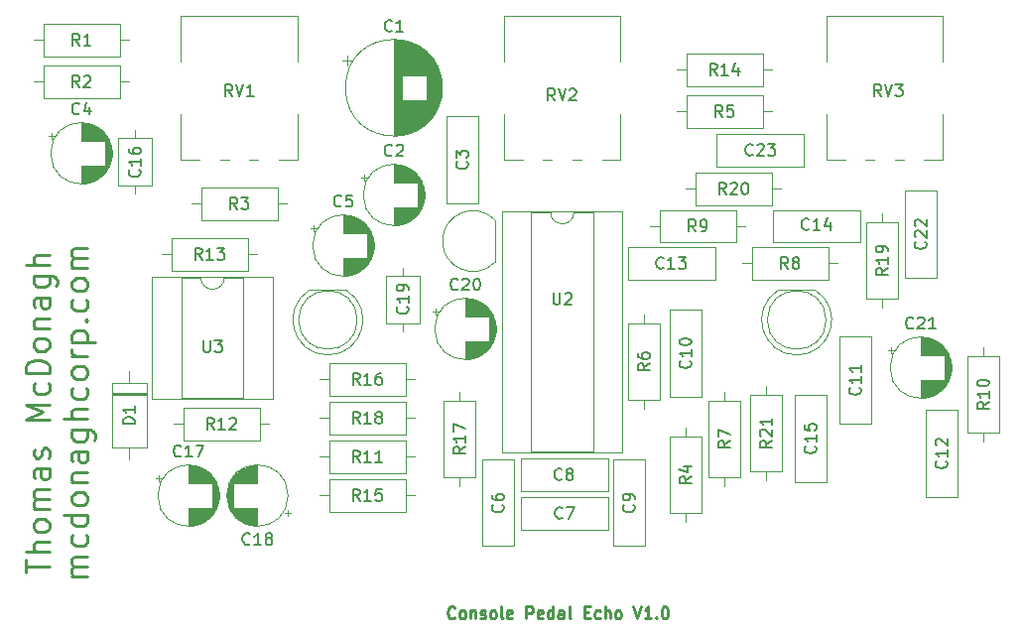
<source format=gbr>
G04 #@! TF.GenerationSoftware,KiCad,Pcbnew,(5.1.7)-1*
G04 #@! TF.CreationDate,2021-01-08T10:37:59-06:00*
G04 #@! TF.ProjectId,ConsolePedalEcho,436f6e73-6f6c-4655-9065-64616c456368,rev?*
G04 #@! TF.SameCoordinates,Original*
G04 #@! TF.FileFunction,Legend,Top*
G04 #@! TF.FilePolarity,Positive*
%FSLAX46Y46*%
G04 Gerber Fmt 4.6, Leading zero omitted, Abs format (unit mm)*
G04 Created by KiCad (PCBNEW (5.1.7)-1) date 2021-01-08 10:37:59*
%MOMM*%
%LPD*%
G01*
G04 APERTURE LIST*
%ADD10C,0.250000*%
%ADD11C,0.120000*%
%ADD12C,0.150000*%
G04 APERTURE END LIST*
D10*
X123548333Y-121642142D02*
X123500714Y-121689761D01*
X123357857Y-121737380D01*
X123262619Y-121737380D01*
X123119761Y-121689761D01*
X123024523Y-121594523D01*
X122976904Y-121499285D01*
X122929285Y-121308809D01*
X122929285Y-121165952D01*
X122976904Y-120975476D01*
X123024523Y-120880238D01*
X123119761Y-120785000D01*
X123262619Y-120737380D01*
X123357857Y-120737380D01*
X123500714Y-120785000D01*
X123548333Y-120832619D01*
X124119761Y-121737380D02*
X124024523Y-121689761D01*
X123976904Y-121642142D01*
X123929285Y-121546904D01*
X123929285Y-121261190D01*
X123976904Y-121165952D01*
X124024523Y-121118333D01*
X124119761Y-121070714D01*
X124262619Y-121070714D01*
X124357857Y-121118333D01*
X124405476Y-121165952D01*
X124453095Y-121261190D01*
X124453095Y-121546904D01*
X124405476Y-121642142D01*
X124357857Y-121689761D01*
X124262619Y-121737380D01*
X124119761Y-121737380D01*
X124881666Y-121070714D02*
X124881666Y-121737380D01*
X124881666Y-121165952D02*
X124929285Y-121118333D01*
X125024523Y-121070714D01*
X125167380Y-121070714D01*
X125262619Y-121118333D01*
X125310238Y-121213571D01*
X125310238Y-121737380D01*
X125738809Y-121689761D02*
X125834047Y-121737380D01*
X126024523Y-121737380D01*
X126119761Y-121689761D01*
X126167380Y-121594523D01*
X126167380Y-121546904D01*
X126119761Y-121451666D01*
X126024523Y-121404047D01*
X125881666Y-121404047D01*
X125786428Y-121356428D01*
X125738809Y-121261190D01*
X125738809Y-121213571D01*
X125786428Y-121118333D01*
X125881666Y-121070714D01*
X126024523Y-121070714D01*
X126119761Y-121118333D01*
X126738809Y-121737380D02*
X126643571Y-121689761D01*
X126595952Y-121642142D01*
X126548333Y-121546904D01*
X126548333Y-121261190D01*
X126595952Y-121165952D01*
X126643571Y-121118333D01*
X126738809Y-121070714D01*
X126881666Y-121070714D01*
X126976904Y-121118333D01*
X127024523Y-121165952D01*
X127072142Y-121261190D01*
X127072142Y-121546904D01*
X127024523Y-121642142D01*
X126976904Y-121689761D01*
X126881666Y-121737380D01*
X126738809Y-121737380D01*
X127643571Y-121737380D02*
X127548333Y-121689761D01*
X127500714Y-121594523D01*
X127500714Y-120737380D01*
X128405476Y-121689761D02*
X128310238Y-121737380D01*
X128119761Y-121737380D01*
X128024523Y-121689761D01*
X127976904Y-121594523D01*
X127976904Y-121213571D01*
X128024523Y-121118333D01*
X128119761Y-121070714D01*
X128310238Y-121070714D01*
X128405476Y-121118333D01*
X128453095Y-121213571D01*
X128453095Y-121308809D01*
X127976904Y-121404047D01*
X129643571Y-121737380D02*
X129643571Y-120737380D01*
X130024523Y-120737380D01*
X130119761Y-120785000D01*
X130167380Y-120832619D01*
X130215000Y-120927857D01*
X130215000Y-121070714D01*
X130167380Y-121165952D01*
X130119761Y-121213571D01*
X130024523Y-121261190D01*
X129643571Y-121261190D01*
X131024523Y-121689761D02*
X130929285Y-121737380D01*
X130738809Y-121737380D01*
X130643571Y-121689761D01*
X130595952Y-121594523D01*
X130595952Y-121213571D01*
X130643571Y-121118333D01*
X130738809Y-121070714D01*
X130929285Y-121070714D01*
X131024523Y-121118333D01*
X131072142Y-121213571D01*
X131072142Y-121308809D01*
X130595952Y-121404047D01*
X131929285Y-121737380D02*
X131929285Y-120737380D01*
X131929285Y-121689761D02*
X131834047Y-121737380D01*
X131643571Y-121737380D01*
X131548333Y-121689761D01*
X131500714Y-121642142D01*
X131453095Y-121546904D01*
X131453095Y-121261190D01*
X131500714Y-121165952D01*
X131548333Y-121118333D01*
X131643571Y-121070714D01*
X131834047Y-121070714D01*
X131929285Y-121118333D01*
X132834047Y-121737380D02*
X132834047Y-121213571D01*
X132786428Y-121118333D01*
X132691190Y-121070714D01*
X132500714Y-121070714D01*
X132405476Y-121118333D01*
X132834047Y-121689761D02*
X132738809Y-121737380D01*
X132500714Y-121737380D01*
X132405476Y-121689761D01*
X132357857Y-121594523D01*
X132357857Y-121499285D01*
X132405476Y-121404047D01*
X132500714Y-121356428D01*
X132738809Y-121356428D01*
X132834047Y-121308809D01*
X133453095Y-121737380D02*
X133357857Y-121689761D01*
X133310238Y-121594523D01*
X133310238Y-120737380D01*
X134595952Y-121213571D02*
X134929285Y-121213571D01*
X135072142Y-121737380D02*
X134595952Y-121737380D01*
X134595952Y-120737380D01*
X135072142Y-120737380D01*
X135929285Y-121689761D02*
X135834047Y-121737380D01*
X135643571Y-121737380D01*
X135548333Y-121689761D01*
X135500714Y-121642142D01*
X135453095Y-121546904D01*
X135453095Y-121261190D01*
X135500714Y-121165952D01*
X135548333Y-121118333D01*
X135643571Y-121070714D01*
X135834047Y-121070714D01*
X135929285Y-121118333D01*
X136357857Y-121737380D02*
X136357857Y-120737380D01*
X136786428Y-121737380D02*
X136786428Y-121213571D01*
X136738809Y-121118333D01*
X136643571Y-121070714D01*
X136500714Y-121070714D01*
X136405476Y-121118333D01*
X136357857Y-121165952D01*
X137405476Y-121737380D02*
X137310238Y-121689761D01*
X137262619Y-121642142D01*
X137215000Y-121546904D01*
X137215000Y-121261190D01*
X137262619Y-121165952D01*
X137310238Y-121118333D01*
X137405476Y-121070714D01*
X137548333Y-121070714D01*
X137643571Y-121118333D01*
X137691190Y-121165952D01*
X137738809Y-121261190D01*
X137738809Y-121546904D01*
X137691190Y-121642142D01*
X137643571Y-121689761D01*
X137548333Y-121737380D01*
X137405476Y-121737380D01*
X138786428Y-120737380D02*
X139119761Y-121737380D01*
X139453095Y-120737380D01*
X140310238Y-121737380D02*
X139738809Y-121737380D01*
X140024523Y-121737380D02*
X140024523Y-120737380D01*
X139929285Y-120880238D01*
X139834047Y-120975476D01*
X139738809Y-121023095D01*
X140738809Y-121642142D02*
X140786428Y-121689761D01*
X140738809Y-121737380D01*
X140691190Y-121689761D01*
X140738809Y-121642142D01*
X140738809Y-121737380D01*
X141405476Y-120737380D02*
X141500714Y-120737380D01*
X141595952Y-120785000D01*
X141643571Y-120832619D01*
X141691190Y-120927857D01*
X141738809Y-121118333D01*
X141738809Y-121356428D01*
X141691190Y-121546904D01*
X141643571Y-121642142D01*
X141595952Y-121689761D01*
X141500714Y-121737380D01*
X141405476Y-121737380D01*
X141310238Y-121689761D01*
X141262619Y-121642142D01*
X141215000Y-121546904D01*
X141167380Y-121356428D01*
X141167380Y-121118333D01*
X141215000Y-120927857D01*
X141262619Y-120832619D01*
X141310238Y-120785000D01*
X141405476Y-120737380D01*
X86941761Y-117854285D02*
X86941761Y-116711428D01*
X88941761Y-117282857D02*
X86941761Y-117282857D01*
X88941761Y-116044761D02*
X86941761Y-116044761D01*
X88941761Y-115187619D02*
X87894142Y-115187619D01*
X87703666Y-115282857D01*
X87608428Y-115473333D01*
X87608428Y-115759047D01*
X87703666Y-115949523D01*
X87798904Y-116044761D01*
X88941761Y-113949523D02*
X88846523Y-114140000D01*
X88751285Y-114235238D01*
X88560809Y-114330476D01*
X87989380Y-114330476D01*
X87798904Y-114235238D01*
X87703666Y-114140000D01*
X87608428Y-113949523D01*
X87608428Y-113663809D01*
X87703666Y-113473333D01*
X87798904Y-113378095D01*
X87989380Y-113282857D01*
X88560809Y-113282857D01*
X88751285Y-113378095D01*
X88846523Y-113473333D01*
X88941761Y-113663809D01*
X88941761Y-113949523D01*
X88941761Y-112425714D02*
X87608428Y-112425714D01*
X87798904Y-112425714D02*
X87703666Y-112330476D01*
X87608428Y-112140000D01*
X87608428Y-111854285D01*
X87703666Y-111663809D01*
X87894142Y-111568571D01*
X88941761Y-111568571D01*
X87894142Y-111568571D02*
X87703666Y-111473333D01*
X87608428Y-111282857D01*
X87608428Y-110997142D01*
X87703666Y-110806666D01*
X87894142Y-110711428D01*
X88941761Y-110711428D01*
X88941761Y-108901904D02*
X87894142Y-108901904D01*
X87703666Y-108997142D01*
X87608428Y-109187619D01*
X87608428Y-109568571D01*
X87703666Y-109759047D01*
X88846523Y-108901904D02*
X88941761Y-109092380D01*
X88941761Y-109568571D01*
X88846523Y-109759047D01*
X88656047Y-109854285D01*
X88465571Y-109854285D01*
X88275095Y-109759047D01*
X88179857Y-109568571D01*
X88179857Y-109092380D01*
X88084619Y-108901904D01*
X88846523Y-108044761D02*
X88941761Y-107854285D01*
X88941761Y-107473333D01*
X88846523Y-107282857D01*
X88656047Y-107187619D01*
X88560809Y-107187619D01*
X88370333Y-107282857D01*
X88275095Y-107473333D01*
X88275095Y-107759047D01*
X88179857Y-107949523D01*
X87989380Y-108044761D01*
X87894142Y-108044761D01*
X87703666Y-107949523D01*
X87608428Y-107759047D01*
X87608428Y-107473333D01*
X87703666Y-107282857D01*
X88941761Y-104806666D02*
X86941761Y-104806666D01*
X88370333Y-104140000D01*
X86941761Y-103473333D01*
X88941761Y-103473333D01*
X88846523Y-101663809D02*
X88941761Y-101854285D01*
X88941761Y-102235238D01*
X88846523Y-102425714D01*
X88751285Y-102520952D01*
X88560809Y-102616190D01*
X87989380Y-102616190D01*
X87798904Y-102520952D01*
X87703666Y-102425714D01*
X87608428Y-102235238D01*
X87608428Y-101854285D01*
X87703666Y-101663809D01*
X88941761Y-100806666D02*
X86941761Y-100806666D01*
X86941761Y-100330476D01*
X87037000Y-100044761D01*
X87227476Y-99854285D01*
X87417952Y-99759047D01*
X87798904Y-99663809D01*
X88084619Y-99663809D01*
X88465571Y-99759047D01*
X88656047Y-99854285D01*
X88846523Y-100044761D01*
X88941761Y-100330476D01*
X88941761Y-100806666D01*
X88941761Y-98520952D02*
X88846523Y-98711428D01*
X88751285Y-98806666D01*
X88560809Y-98901904D01*
X87989380Y-98901904D01*
X87798904Y-98806666D01*
X87703666Y-98711428D01*
X87608428Y-98520952D01*
X87608428Y-98235238D01*
X87703666Y-98044761D01*
X87798904Y-97949523D01*
X87989380Y-97854285D01*
X88560809Y-97854285D01*
X88751285Y-97949523D01*
X88846523Y-98044761D01*
X88941761Y-98235238D01*
X88941761Y-98520952D01*
X87608428Y-96997142D02*
X88941761Y-96997142D01*
X87798904Y-96997142D02*
X87703666Y-96901904D01*
X87608428Y-96711428D01*
X87608428Y-96425714D01*
X87703666Y-96235238D01*
X87894142Y-96140000D01*
X88941761Y-96140000D01*
X88941761Y-94330476D02*
X87894142Y-94330476D01*
X87703666Y-94425714D01*
X87608428Y-94616190D01*
X87608428Y-94997142D01*
X87703666Y-95187619D01*
X88846523Y-94330476D02*
X88941761Y-94520952D01*
X88941761Y-94997142D01*
X88846523Y-95187619D01*
X88656047Y-95282857D01*
X88465571Y-95282857D01*
X88275095Y-95187619D01*
X88179857Y-94997142D01*
X88179857Y-94520952D01*
X88084619Y-94330476D01*
X87608428Y-92520952D02*
X89227476Y-92520952D01*
X89417952Y-92616190D01*
X89513190Y-92711428D01*
X89608428Y-92901904D01*
X89608428Y-93187619D01*
X89513190Y-93378095D01*
X88846523Y-92520952D02*
X88941761Y-92711428D01*
X88941761Y-93092380D01*
X88846523Y-93282857D01*
X88751285Y-93378095D01*
X88560809Y-93473333D01*
X87989380Y-93473333D01*
X87798904Y-93378095D01*
X87703666Y-93282857D01*
X87608428Y-93092380D01*
X87608428Y-92711428D01*
X87703666Y-92520952D01*
X88941761Y-91568571D02*
X86941761Y-91568571D01*
X88941761Y-90711428D02*
X87894142Y-90711428D01*
X87703666Y-90806666D01*
X87608428Y-90997142D01*
X87608428Y-91282857D01*
X87703666Y-91473333D01*
X87798904Y-91568571D01*
X92191761Y-118140000D02*
X90858428Y-118140000D01*
X91048904Y-118140000D02*
X90953666Y-118044761D01*
X90858428Y-117854285D01*
X90858428Y-117568571D01*
X90953666Y-117378095D01*
X91144142Y-117282857D01*
X92191761Y-117282857D01*
X91144142Y-117282857D02*
X90953666Y-117187619D01*
X90858428Y-116997142D01*
X90858428Y-116711428D01*
X90953666Y-116520952D01*
X91144142Y-116425714D01*
X92191761Y-116425714D01*
X92096523Y-114616190D02*
X92191761Y-114806666D01*
X92191761Y-115187619D01*
X92096523Y-115378095D01*
X92001285Y-115473333D01*
X91810809Y-115568571D01*
X91239380Y-115568571D01*
X91048904Y-115473333D01*
X90953666Y-115378095D01*
X90858428Y-115187619D01*
X90858428Y-114806666D01*
X90953666Y-114616190D01*
X92191761Y-112901904D02*
X90191761Y-112901904D01*
X92096523Y-112901904D02*
X92191761Y-113092380D01*
X92191761Y-113473333D01*
X92096523Y-113663809D01*
X92001285Y-113759047D01*
X91810809Y-113854285D01*
X91239380Y-113854285D01*
X91048904Y-113759047D01*
X90953666Y-113663809D01*
X90858428Y-113473333D01*
X90858428Y-113092380D01*
X90953666Y-112901904D01*
X92191761Y-111663809D02*
X92096523Y-111854285D01*
X92001285Y-111949523D01*
X91810809Y-112044761D01*
X91239380Y-112044761D01*
X91048904Y-111949523D01*
X90953666Y-111854285D01*
X90858428Y-111663809D01*
X90858428Y-111378095D01*
X90953666Y-111187619D01*
X91048904Y-111092380D01*
X91239380Y-110997142D01*
X91810809Y-110997142D01*
X92001285Y-111092380D01*
X92096523Y-111187619D01*
X92191761Y-111378095D01*
X92191761Y-111663809D01*
X90858428Y-110140000D02*
X92191761Y-110140000D01*
X91048904Y-110140000D02*
X90953666Y-110044761D01*
X90858428Y-109854285D01*
X90858428Y-109568571D01*
X90953666Y-109378095D01*
X91144142Y-109282857D01*
X92191761Y-109282857D01*
X92191761Y-107473333D02*
X91144142Y-107473333D01*
X90953666Y-107568571D01*
X90858428Y-107759047D01*
X90858428Y-108140000D01*
X90953666Y-108330476D01*
X92096523Y-107473333D02*
X92191761Y-107663809D01*
X92191761Y-108140000D01*
X92096523Y-108330476D01*
X91906047Y-108425714D01*
X91715571Y-108425714D01*
X91525095Y-108330476D01*
X91429857Y-108140000D01*
X91429857Y-107663809D01*
X91334619Y-107473333D01*
X90858428Y-105663809D02*
X92477476Y-105663809D01*
X92667952Y-105759047D01*
X92763190Y-105854285D01*
X92858428Y-106044761D01*
X92858428Y-106330476D01*
X92763190Y-106520952D01*
X92096523Y-105663809D02*
X92191761Y-105854285D01*
X92191761Y-106235238D01*
X92096523Y-106425714D01*
X92001285Y-106520952D01*
X91810809Y-106616190D01*
X91239380Y-106616190D01*
X91048904Y-106520952D01*
X90953666Y-106425714D01*
X90858428Y-106235238D01*
X90858428Y-105854285D01*
X90953666Y-105663809D01*
X92191761Y-104711428D02*
X90191761Y-104711428D01*
X92191761Y-103854285D02*
X91144142Y-103854285D01*
X90953666Y-103949523D01*
X90858428Y-104140000D01*
X90858428Y-104425714D01*
X90953666Y-104616190D01*
X91048904Y-104711428D01*
X92096523Y-102044761D02*
X92191761Y-102235238D01*
X92191761Y-102616190D01*
X92096523Y-102806666D01*
X92001285Y-102901904D01*
X91810809Y-102997142D01*
X91239380Y-102997142D01*
X91048904Y-102901904D01*
X90953666Y-102806666D01*
X90858428Y-102616190D01*
X90858428Y-102235238D01*
X90953666Y-102044761D01*
X92191761Y-100901904D02*
X92096523Y-101092380D01*
X92001285Y-101187619D01*
X91810809Y-101282857D01*
X91239380Y-101282857D01*
X91048904Y-101187619D01*
X90953666Y-101092380D01*
X90858428Y-100901904D01*
X90858428Y-100616190D01*
X90953666Y-100425714D01*
X91048904Y-100330476D01*
X91239380Y-100235238D01*
X91810809Y-100235238D01*
X92001285Y-100330476D01*
X92096523Y-100425714D01*
X92191761Y-100616190D01*
X92191761Y-100901904D01*
X92191761Y-99378095D02*
X90858428Y-99378095D01*
X91239380Y-99378095D02*
X91048904Y-99282857D01*
X90953666Y-99187619D01*
X90858428Y-98997142D01*
X90858428Y-98806666D01*
X90858428Y-98140000D02*
X92858428Y-98140000D01*
X90953666Y-98140000D02*
X90858428Y-97949523D01*
X90858428Y-97568571D01*
X90953666Y-97378095D01*
X91048904Y-97282857D01*
X91239380Y-97187619D01*
X91810809Y-97187619D01*
X92001285Y-97282857D01*
X92096523Y-97378095D01*
X92191761Y-97568571D01*
X92191761Y-97949523D01*
X92096523Y-98140000D01*
X92001285Y-96330476D02*
X92096523Y-96235238D01*
X92191761Y-96330476D01*
X92096523Y-96425714D01*
X92001285Y-96330476D01*
X92191761Y-96330476D01*
X92096523Y-94520952D02*
X92191761Y-94711428D01*
X92191761Y-95092380D01*
X92096523Y-95282857D01*
X92001285Y-95378095D01*
X91810809Y-95473333D01*
X91239380Y-95473333D01*
X91048904Y-95378095D01*
X90953666Y-95282857D01*
X90858428Y-95092380D01*
X90858428Y-94711428D01*
X90953666Y-94520952D01*
X92191761Y-93378095D02*
X92096523Y-93568571D01*
X92001285Y-93663809D01*
X91810809Y-93759047D01*
X91239380Y-93759047D01*
X91048904Y-93663809D01*
X90953666Y-93568571D01*
X90858428Y-93378095D01*
X90858428Y-93092380D01*
X90953666Y-92901904D01*
X91048904Y-92806666D01*
X91239380Y-92711428D01*
X91810809Y-92711428D01*
X92001285Y-92806666D01*
X92096523Y-92901904D01*
X92191761Y-93092380D01*
X92191761Y-93378095D01*
X92191761Y-91854285D02*
X90858428Y-91854285D01*
X91048904Y-91854285D02*
X90953666Y-91759047D01*
X90858428Y-91568571D01*
X90858428Y-91282857D01*
X90953666Y-91092380D01*
X91144142Y-90997142D01*
X92191761Y-90997142D01*
X91144142Y-90997142D02*
X90953666Y-90901904D01*
X90858428Y-90711428D01*
X90858428Y-90425714D01*
X90953666Y-90235238D01*
X91144142Y-90140000D01*
X92191761Y-90140000D01*
D11*
G04 #@! TO.C,D2*
X115215000Y-96266000D02*
G75*
G03*
X115215000Y-96266000I-2500000J0D01*
G01*
X114260000Y-93706000D02*
X111170000Y-93706000D01*
X112714538Y-99256000D02*
G75*
G03*
X114259830Y-93706000I462J2990000D01*
G01*
X112715462Y-99256000D02*
G75*
G02*
X111170170Y-93706000I-462J2990000D01*
G01*
G04 #@! TO.C,D3*
X154260000Y-93710000D02*
X151170000Y-93710000D01*
X155215000Y-96270000D02*
G75*
G03*
X155215000Y-96270000I-2500000J0D01*
G01*
X152715462Y-99260000D02*
G75*
G02*
X151170170Y-93710000I-462J2990000D01*
G01*
X152714538Y-99260000D02*
G75*
G03*
X154259830Y-93710000I462J2990000D01*
G01*
G04 #@! TO.C,R21*
X148744000Y-109188000D02*
X151484000Y-109188000D01*
X151484000Y-109188000D02*
X151484000Y-102648000D01*
X151484000Y-102648000D02*
X148744000Y-102648000D01*
X148744000Y-102648000D02*
X148744000Y-109188000D01*
X150114000Y-109958000D02*
X150114000Y-109188000D01*
X150114000Y-101878000D02*
X150114000Y-102648000D01*
G04 #@! TO.C,C1*
X114326302Y-73739000D02*
X114326302Y-74539000D01*
X113926302Y-74139000D02*
X114726302Y-74139000D01*
X122417000Y-75921000D02*
X122417000Y-76987000D01*
X122377000Y-75686000D02*
X122377000Y-77222000D01*
X122337000Y-75506000D02*
X122337000Y-77402000D01*
X122297000Y-75356000D02*
X122297000Y-77552000D01*
X122257000Y-75225000D02*
X122257000Y-77683000D01*
X122217000Y-75108000D02*
X122217000Y-77800000D01*
X122177000Y-75001000D02*
X122177000Y-77907000D01*
X122137000Y-74902000D02*
X122137000Y-78006000D01*
X122097000Y-74809000D02*
X122097000Y-78099000D01*
X122057000Y-74723000D02*
X122057000Y-78185000D01*
X122017000Y-74641000D02*
X122017000Y-78267000D01*
X121977000Y-74564000D02*
X121977000Y-78344000D01*
X121937000Y-74490000D02*
X121937000Y-78418000D01*
X121897000Y-74420000D02*
X121897000Y-78488000D01*
X121857000Y-74352000D02*
X121857000Y-78556000D01*
X121817000Y-74288000D02*
X121817000Y-78620000D01*
X121777000Y-74226000D02*
X121777000Y-78682000D01*
X121737000Y-74167000D02*
X121737000Y-78741000D01*
X121697000Y-74109000D02*
X121697000Y-78799000D01*
X121657000Y-74054000D02*
X121657000Y-78854000D01*
X121617000Y-74000000D02*
X121617000Y-78908000D01*
X121577000Y-73949000D02*
X121577000Y-78959000D01*
X121537000Y-73898000D02*
X121537000Y-79010000D01*
X121497000Y-73850000D02*
X121497000Y-79058000D01*
X121457000Y-73803000D02*
X121457000Y-79105000D01*
X121417000Y-73757000D02*
X121417000Y-79151000D01*
X121377000Y-73713000D02*
X121377000Y-79195000D01*
X121337000Y-73670000D02*
X121337000Y-79238000D01*
X121297000Y-73628000D02*
X121297000Y-79280000D01*
X121257000Y-73587000D02*
X121257000Y-79321000D01*
X121217000Y-73547000D02*
X121217000Y-79361000D01*
X121177000Y-73509000D02*
X121177000Y-79399000D01*
X121137000Y-73471000D02*
X121137000Y-79437000D01*
X121097000Y-77494000D02*
X121097000Y-79473000D01*
X121097000Y-73435000D02*
X121097000Y-75414000D01*
X121057000Y-77494000D02*
X121057000Y-79509000D01*
X121057000Y-73399000D02*
X121057000Y-75414000D01*
X121017000Y-77494000D02*
X121017000Y-79544000D01*
X121017000Y-73364000D02*
X121017000Y-75414000D01*
X120977000Y-77494000D02*
X120977000Y-79578000D01*
X120977000Y-73330000D02*
X120977000Y-75414000D01*
X120937000Y-77494000D02*
X120937000Y-79610000D01*
X120937000Y-73298000D02*
X120937000Y-75414000D01*
X120897000Y-77494000D02*
X120897000Y-79643000D01*
X120897000Y-73265000D02*
X120897000Y-75414000D01*
X120857000Y-77494000D02*
X120857000Y-79674000D01*
X120857000Y-73234000D02*
X120857000Y-75414000D01*
X120817000Y-77494000D02*
X120817000Y-79704000D01*
X120817000Y-73204000D02*
X120817000Y-75414000D01*
X120777000Y-77494000D02*
X120777000Y-79734000D01*
X120777000Y-73174000D02*
X120777000Y-75414000D01*
X120737000Y-77494000D02*
X120737000Y-79763000D01*
X120737000Y-73145000D02*
X120737000Y-75414000D01*
X120697000Y-77494000D02*
X120697000Y-79792000D01*
X120697000Y-73116000D02*
X120697000Y-75414000D01*
X120657000Y-77494000D02*
X120657000Y-79819000D01*
X120657000Y-73089000D02*
X120657000Y-75414000D01*
X120617000Y-77494000D02*
X120617000Y-79846000D01*
X120617000Y-73062000D02*
X120617000Y-75414000D01*
X120577000Y-77494000D02*
X120577000Y-79872000D01*
X120577000Y-73036000D02*
X120577000Y-75414000D01*
X120537000Y-77494000D02*
X120537000Y-79898000D01*
X120537000Y-73010000D02*
X120537000Y-75414000D01*
X120497000Y-77494000D02*
X120497000Y-79923000D01*
X120497000Y-72985000D02*
X120497000Y-75414000D01*
X120457000Y-77494000D02*
X120457000Y-79947000D01*
X120457000Y-72961000D02*
X120457000Y-75414000D01*
X120417000Y-77494000D02*
X120417000Y-79971000D01*
X120417000Y-72937000D02*
X120417000Y-75414000D01*
X120377000Y-77494000D02*
X120377000Y-79994000D01*
X120377000Y-72914000D02*
X120377000Y-75414000D01*
X120337000Y-77494000D02*
X120337000Y-80016000D01*
X120337000Y-72892000D02*
X120337000Y-75414000D01*
X120297000Y-77494000D02*
X120297000Y-80038000D01*
X120297000Y-72870000D02*
X120297000Y-75414000D01*
X120257000Y-77494000D02*
X120257000Y-80060000D01*
X120257000Y-72848000D02*
X120257000Y-75414000D01*
X120217000Y-77494000D02*
X120217000Y-80081000D01*
X120217000Y-72827000D02*
X120217000Y-75414000D01*
X120177000Y-77494000D02*
X120177000Y-80101000D01*
X120177000Y-72807000D02*
X120177000Y-75414000D01*
X120137000Y-77494000D02*
X120137000Y-80120000D01*
X120137000Y-72788000D02*
X120137000Y-75414000D01*
X120097000Y-77494000D02*
X120097000Y-80140000D01*
X120097000Y-72768000D02*
X120097000Y-75414000D01*
X120057000Y-77494000D02*
X120057000Y-80158000D01*
X120057000Y-72750000D02*
X120057000Y-75414000D01*
X120017000Y-77494000D02*
X120017000Y-80176000D01*
X120017000Y-72732000D02*
X120017000Y-75414000D01*
X119977000Y-77494000D02*
X119977000Y-80194000D01*
X119977000Y-72714000D02*
X119977000Y-75414000D01*
X119937000Y-77494000D02*
X119937000Y-80211000D01*
X119937000Y-72697000D02*
X119937000Y-75414000D01*
X119897000Y-77494000D02*
X119897000Y-80228000D01*
X119897000Y-72680000D02*
X119897000Y-75414000D01*
X119857000Y-77494000D02*
X119857000Y-80244000D01*
X119857000Y-72664000D02*
X119857000Y-75414000D01*
X119817000Y-77494000D02*
X119817000Y-80259000D01*
X119817000Y-72649000D02*
X119817000Y-75414000D01*
X119777000Y-77494000D02*
X119777000Y-80275000D01*
X119777000Y-72633000D02*
X119777000Y-75414000D01*
X119737000Y-77494000D02*
X119737000Y-80289000D01*
X119737000Y-72619000D02*
X119737000Y-75414000D01*
X119697000Y-77494000D02*
X119697000Y-80304000D01*
X119697000Y-72604000D02*
X119697000Y-75414000D01*
X119657000Y-77494000D02*
X119657000Y-80317000D01*
X119657000Y-72591000D02*
X119657000Y-75414000D01*
X119617000Y-77494000D02*
X119617000Y-80331000D01*
X119617000Y-72577000D02*
X119617000Y-75414000D01*
X119577000Y-77494000D02*
X119577000Y-80343000D01*
X119577000Y-72565000D02*
X119577000Y-75414000D01*
X119537000Y-77494000D02*
X119537000Y-80356000D01*
X119537000Y-72552000D02*
X119537000Y-75414000D01*
X119497000Y-77494000D02*
X119497000Y-80368000D01*
X119497000Y-72540000D02*
X119497000Y-75414000D01*
X119457000Y-77494000D02*
X119457000Y-80379000D01*
X119457000Y-72529000D02*
X119457000Y-75414000D01*
X119417000Y-77494000D02*
X119417000Y-80390000D01*
X119417000Y-72518000D02*
X119417000Y-75414000D01*
X119377000Y-77494000D02*
X119377000Y-80401000D01*
X119377000Y-72507000D02*
X119377000Y-75414000D01*
X119337000Y-77494000D02*
X119337000Y-80411000D01*
X119337000Y-72497000D02*
X119337000Y-75414000D01*
X119297000Y-77494000D02*
X119297000Y-80421000D01*
X119297000Y-72487000D02*
X119297000Y-75414000D01*
X119257000Y-77494000D02*
X119257000Y-80430000D01*
X119257000Y-72478000D02*
X119257000Y-75414000D01*
X119217000Y-77494000D02*
X119217000Y-80439000D01*
X119217000Y-72469000D02*
X119217000Y-75414000D01*
X119177000Y-77494000D02*
X119177000Y-80448000D01*
X119177000Y-72460000D02*
X119177000Y-75414000D01*
X119137000Y-77494000D02*
X119137000Y-80456000D01*
X119137000Y-72452000D02*
X119137000Y-75414000D01*
X119097000Y-77494000D02*
X119097000Y-80464000D01*
X119097000Y-72444000D02*
X119097000Y-75414000D01*
X119057000Y-77494000D02*
X119057000Y-80471000D01*
X119057000Y-72437000D02*
X119057000Y-75414000D01*
X119016000Y-72430000D02*
X119016000Y-80478000D01*
X118976000Y-72424000D02*
X118976000Y-80484000D01*
X118936000Y-72417000D02*
X118936000Y-80491000D01*
X118896000Y-72412000D02*
X118896000Y-80496000D01*
X118856000Y-72406000D02*
X118856000Y-80502000D01*
X118816000Y-72402000D02*
X118816000Y-80506000D01*
X118776000Y-72397000D02*
X118776000Y-80511000D01*
X118736000Y-72393000D02*
X118736000Y-80515000D01*
X118696000Y-72389000D02*
X118696000Y-80519000D01*
X118656000Y-72386000D02*
X118656000Y-80522000D01*
X118616000Y-72383000D02*
X118616000Y-80525000D01*
X118576000Y-72380000D02*
X118576000Y-80528000D01*
X118536000Y-72378000D02*
X118536000Y-80530000D01*
X118496000Y-72377000D02*
X118496000Y-80531000D01*
X118456000Y-72375000D02*
X118456000Y-80533000D01*
X118416000Y-72374000D02*
X118416000Y-80534000D01*
X118376000Y-72374000D02*
X118376000Y-80534000D01*
X118336000Y-72374000D02*
X118336000Y-80534000D01*
X122456000Y-76454000D02*
G75*
G03*
X122456000Y-76454000I-4120000J0D01*
G01*
G04 #@! TO.C,C2*
X120968000Y-85598000D02*
G75*
G03*
X120968000Y-85598000I-2620000J0D01*
G01*
X118348000Y-86638000D02*
X118348000Y-88178000D01*
X118348000Y-83018000D02*
X118348000Y-84558000D01*
X118388000Y-86638000D02*
X118388000Y-88178000D01*
X118388000Y-83018000D02*
X118388000Y-84558000D01*
X118428000Y-83019000D02*
X118428000Y-84558000D01*
X118428000Y-86638000D02*
X118428000Y-88177000D01*
X118468000Y-83020000D02*
X118468000Y-84558000D01*
X118468000Y-86638000D02*
X118468000Y-88176000D01*
X118508000Y-83022000D02*
X118508000Y-84558000D01*
X118508000Y-86638000D02*
X118508000Y-88174000D01*
X118548000Y-83025000D02*
X118548000Y-84558000D01*
X118548000Y-86638000D02*
X118548000Y-88171000D01*
X118588000Y-83029000D02*
X118588000Y-84558000D01*
X118588000Y-86638000D02*
X118588000Y-88167000D01*
X118628000Y-83033000D02*
X118628000Y-84558000D01*
X118628000Y-86638000D02*
X118628000Y-88163000D01*
X118668000Y-83037000D02*
X118668000Y-84558000D01*
X118668000Y-86638000D02*
X118668000Y-88159000D01*
X118708000Y-83042000D02*
X118708000Y-84558000D01*
X118708000Y-86638000D02*
X118708000Y-88154000D01*
X118748000Y-83048000D02*
X118748000Y-84558000D01*
X118748000Y-86638000D02*
X118748000Y-88148000D01*
X118788000Y-83055000D02*
X118788000Y-84558000D01*
X118788000Y-86638000D02*
X118788000Y-88141000D01*
X118828000Y-83062000D02*
X118828000Y-84558000D01*
X118828000Y-86638000D02*
X118828000Y-88134000D01*
X118868000Y-83070000D02*
X118868000Y-84558000D01*
X118868000Y-86638000D02*
X118868000Y-88126000D01*
X118908000Y-83078000D02*
X118908000Y-84558000D01*
X118908000Y-86638000D02*
X118908000Y-88118000D01*
X118948000Y-83087000D02*
X118948000Y-84558000D01*
X118948000Y-86638000D02*
X118948000Y-88109000D01*
X118988000Y-83097000D02*
X118988000Y-84558000D01*
X118988000Y-86638000D02*
X118988000Y-88099000D01*
X119028000Y-83107000D02*
X119028000Y-84558000D01*
X119028000Y-86638000D02*
X119028000Y-88089000D01*
X119069000Y-83118000D02*
X119069000Y-84558000D01*
X119069000Y-86638000D02*
X119069000Y-88078000D01*
X119109000Y-83130000D02*
X119109000Y-84558000D01*
X119109000Y-86638000D02*
X119109000Y-88066000D01*
X119149000Y-83143000D02*
X119149000Y-84558000D01*
X119149000Y-86638000D02*
X119149000Y-88053000D01*
X119189000Y-83156000D02*
X119189000Y-84558000D01*
X119189000Y-86638000D02*
X119189000Y-88040000D01*
X119229000Y-83170000D02*
X119229000Y-84558000D01*
X119229000Y-86638000D02*
X119229000Y-88026000D01*
X119269000Y-83184000D02*
X119269000Y-84558000D01*
X119269000Y-86638000D02*
X119269000Y-88012000D01*
X119309000Y-83200000D02*
X119309000Y-84558000D01*
X119309000Y-86638000D02*
X119309000Y-87996000D01*
X119349000Y-83216000D02*
X119349000Y-84558000D01*
X119349000Y-86638000D02*
X119349000Y-87980000D01*
X119389000Y-83233000D02*
X119389000Y-84558000D01*
X119389000Y-86638000D02*
X119389000Y-87963000D01*
X119429000Y-83250000D02*
X119429000Y-84558000D01*
X119429000Y-86638000D02*
X119429000Y-87946000D01*
X119469000Y-83269000D02*
X119469000Y-84558000D01*
X119469000Y-86638000D02*
X119469000Y-87927000D01*
X119509000Y-83288000D02*
X119509000Y-84558000D01*
X119509000Y-86638000D02*
X119509000Y-87908000D01*
X119549000Y-83308000D02*
X119549000Y-84558000D01*
X119549000Y-86638000D02*
X119549000Y-87888000D01*
X119589000Y-83330000D02*
X119589000Y-84558000D01*
X119589000Y-86638000D02*
X119589000Y-87866000D01*
X119629000Y-83351000D02*
X119629000Y-84558000D01*
X119629000Y-86638000D02*
X119629000Y-87845000D01*
X119669000Y-83374000D02*
X119669000Y-84558000D01*
X119669000Y-86638000D02*
X119669000Y-87822000D01*
X119709000Y-83398000D02*
X119709000Y-84558000D01*
X119709000Y-86638000D02*
X119709000Y-87798000D01*
X119749000Y-83423000D02*
X119749000Y-84558000D01*
X119749000Y-86638000D02*
X119749000Y-87773000D01*
X119789000Y-83449000D02*
X119789000Y-84558000D01*
X119789000Y-86638000D02*
X119789000Y-87747000D01*
X119829000Y-83476000D02*
X119829000Y-84558000D01*
X119829000Y-86638000D02*
X119829000Y-87720000D01*
X119869000Y-83503000D02*
X119869000Y-84558000D01*
X119869000Y-86638000D02*
X119869000Y-87693000D01*
X119909000Y-83533000D02*
X119909000Y-84558000D01*
X119909000Y-86638000D02*
X119909000Y-87663000D01*
X119949000Y-83563000D02*
X119949000Y-84558000D01*
X119949000Y-86638000D02*
X119949000Y-87633000D01*
X119989000Y-83594000D02*
X119989000Y-84558000D01*
X119989000Y-86638000D02*
X119989000Y-87602000D01*
X120029000Y-83627000D02*
X120029000Y-84558000D01*
X120029000Y-86638000D02*
X120029000Y-87569000D01*
X120069000Y-83661000D02*
X120069000Y-84558000D01*
X120069000Y-86638000D02*
X120069000Y-87535000D01*
X120109000Y-83697000D02*
X120109000Y-84558000D01*
X120109000Y-86638000D02*
X120109000Y-87499000D01*
X120149000Y-83734000D02*
X120149000Y-84558000D01*
X120149000Y-86638000D02*
X120149000Y-87462000D01*
X120189000Y-83772000D02*
X120189000Y-84558000D01*
X120189000Y-86638000D02*
X120189000Y-87424000D01*
X120229000Y-83813000D02*
X120229000Y-84558000D01*
X120229000Y-86638000D02*
X120229000Y-87383000D01*
X120269000Y-83855000D02*
X120269000Y-84558000D01*
X120269000Y-86638000D02*
X120269000Y-87341000D01*
X120309000Y-83899000D02*
X120309000Y-84558000D01*
X120309000Y-86638000D02*
X120309000Y-87297000D01*
X120349000Y-83945000D02*
X120349000Y-84558000D01*
X120349000Y-86638000D02*
X120349000Y-87251000D01*
X120389000Y-83993000D02*
X120389000Y-87203000D01*
X120429000Y-84044000D02*
X120429000Y-87152000D01*
X120469000Y-84098000D02*
X120469000Y-87098000D01*
X120509000Y-84155000D02*
X120509000Y-87041000D01*
X120549000Y-84215000D02*
X120549000Y-86981000D01*
X120589000Y-84279000D02*
X120589000Y-86917000D01*
X120629000Y-84347000D02*
X120629000Y-86849000D01*
X120669000Y-84420000D02*
X120669000Y-86776000D01*
X120709000Y-84500000D02*
X120709000Y-86696000D01*
X120749000Y-84587000D02*
X120749000Y-86609000D01*
X120789000Y-84683000D02*
X120789000Y-86513000D01*
X120829000Y-84793000D02*
X120829000Y-86403000D01*
X120869000Y-84921000D02*
X120869000Y-86275000D01*
X120909000Y-85080000D02*
X120909000Y-86116000D01*
X120949000Y-85314000D02*
X120949000Y-85882000D01*
X115543225Y-84123000D02*
X116043225Y-84123000D01*
X115793225Y-83873000D02*
X115793225Y-84373000D01*
G04 #@! TO.C,C3*
X122836000Y-78870000D02*
X125576000Y-78870000D01*
X122836000Y-86310000D02*
X125576000Y-86310000D01*
X125576000Y-86310000D02*
X125576000Y-78870000D01*
X122836000Y-86310000D02*
X122836000Y-78870000D01*
G04 #@! TO.C,C4*
X89123225Y-80317000D02*
X89123225Y-80817000D01*
X88873225Y-80567000D02*
X89373225Y-80567000D01*
X94279000Y-81758000D02*
X94279000Y-82326000D01*
X94239000Y-81524000D02*
X94239000Y-82560000D01*
X94199000Y-81365000D02*
X94199000Y-82719000D01*
X94159000Y-81237000D02*
X94159000Y-82847000D01*
X94119000Y-81127000D02*
X94119000Y-82957000D01*
X94079000Y-81031000D02*
X94079000Y-83053000D01*
X94039000Y-80944000D02*
X94039000Y-83140000D01*
X93999000Y-80864000D02*
X93999000Y-83220000D01*
X93959000Y-80791000D02*
X93959000Y-83293000D01*
X93919000Y-80723000D02*
X93919000Y-83361000D01*
X93879000Y-80659000D02*
X93879000Y-83425000D01*
X93839000Y-80599000D02*
X93839000Y-83485000D01*
X93799000Y-80542000D02*
X93799000Y-83542000D01*
X93759000Y-80488000D02*
X93759000Y-83596000D01*
X93719000Y-80437000D02*
X93719000Y-83647000D01*
X93679000Y-83082000D02*
X93679000Y-83695000D01*
X93679000Y-80389000D02*
X93679000Y-81002000D01*
X93639000Y-83082000D02*
X93639000Y-83741000D01*
X93639000Y-80343000D02*
X93639000Y-81002000D01*
X93599000Y-83082000D02*
X93599000Y-83785000D01*
X93599000Y-80299000D02*
X93599000Y-81002000D01*
X93559000Y-83082000D02*
X93559000Y-83827000D01*
X93559000Y-80257000D02*
X93559000Y-81002000D01*
X93519000Y-83082000D02*
X93519000Y-83868000D01*
X93519000Y-80216000D02*
X93519000Y-81002000D01*
X93479000Y-83082000D02*
X93479000Y-83906000D01*
X93479000Y-80178000D02*
X93479000Y-81002000D01*
X93439000Y-83082000D02*
X93439000Y-83943000D01*
X93439000Y-80141000D02*
X93439000Y-81002000D01*
X93399000Y-83082000D02*
X93399000Y-83979000D01*
X93399000Y-80105000D02*
X93399000Y-81002000D01*
X93359000Y-83082000D02*
X93359000Y-84013000D01*
X93359000Y-80071000D02*
X93359000Y-81002000D01*
X93319000Y-83082000D02*
X93319000Y-84046000D01*
X93319000Y-80038000D02*
X93319000Y-81002000D01*
X93279000Y-83082000D02*
X93279000Y-84077000D01*
X93279000Y-80007000D02*
X93279000Y-81002000D01*
X93239000Y-83082000D02*
X93239000Y-84107000D01*
X93239000Y-79977000D02*
X93239000Y-81002000D01*
X93199000Y-83082000D02*
X93199000Y-84137000D01*
X93199000Y-79947000D02*
X93199000Y-81002000D01*
X93159000Y-83082000D02*
X93159000Y-84164000D01*
X93159000Y-79920000D02*
X93159000Y-81002000D01*
X93119000Y-83082000D02*
X93119000Y-84191000D01*
X93119000Y-79893000D02*
X93119000Y-81002000D01*
X93079000Y-83082000D02*
X93079000Y-84217000D01*
X93079000Y-79867000D02*
X93079000Y-81002000D01*
X93039000Y-83082000D02*
X93039000Y-84242000D01*
X93039000Y-79842000D02*
X93039000Y-81002000D01*
X92999000Y-83082000D02*
X92999000Y-84266000D01*
X92999000Y-79818000D02*
X92999000Y-81002000D01*
X92959000Y-83082000D02*
X92959000Y-84289000D01*
X92959000Y-79795000D02*
X92959000Y-81002000D01*
X92919000Y-83082000D02*
X92919000Y-84310000D01*
X92919000Y-79774000D02*
X92919000Y-81002000D01*
X92879000Y-83082000D02*
X92879000Y-84332000D01*
X92879000Y-79752000D02*
X92879000Y-81002000D01*
X92839000Y-83082000D02*
X92839000Y-84352000D01*
X92839000Y-79732000D02*
X92839000Y-81002000D01*
X92799000Y-83082000D02*
X92799000Y-84371000D01*
X92799000Y-79713000D02*
X92799000Y-81002000D01*
X92759000Y-83082000D02*
X92759000Y-84390000D01*
X92759000Y-79694000D02*
X92759000Y-81002000D01*
X92719000Y-83082000D02*
X92719000Y-84407000D01*
X92719000Y-79677000D02*
X92719000Y-81002000D01*
X92679000Y-83082000D02*
X92679000Y-84424000D01*
X92679000Y-79660000D02*
X92679000Y-81002000D01*
X92639000Y-83082000D02*
X92639000Y-84440000D01*
X92639000Y-79644000D02*
X92639000Y-81002000D01*
X92599000Y-83082000D02*
X92599000Y-84456000D01*
X92599000Y-79628000D02*
X92599000Y-81002000D01*
X92559000Y-83082000D02*
X92559000Y-84470000D01*
X92559000Y-79614000D02*
X92559000Y-81002000D01*
X92519000Y-83082000D02*
X92519000Y-84484000D01*
X92519000Y-79600000D02*
X92519000Y-81002000D01*
X92479000Y-83082000D02*
X92479000Y-84497000D01*
X92479000Y-79587000D02*
X92479000Y-81002000D01*
X92439000Y-83082000D02*
X92439000Y-84510000D01*
X92439000Y-79574000D02*
X92439000Y-81002000D01*
X92399000Y-83082000D02*
X92399000Y-84522000D01*
X92399000Y-79562000D02*
X92399000Y-81002000D01*
X92358000Y-83082000D02*
X92358000Y-84533000D01*
X92358000Y-79551000D02*
X92358000Y-81002000D01*
X92318000Y-83082000D02*
X92318000Y-84543000D01*
X92318000Y-79541000D02*
X92318000Y-81002000D01*
X92278000Y-83082000D02*
X92278000Y-84553000D01*
X92278000Y-79531000D02*
X92278000Y-81002000D01*
X92238000Y-83082000D02*
X92238000Y-84562000D01*
X92238000Y-79522000D02*
X92238000Y-81002000D01*
X92198000Y-83082000D02*
X92198000Y-84570000D01*
X92198000Y-79514000D02*
X92198000Y-81002000D01*
X92158000Y-83082000D02*
X92158000Y-84578000D01*
X92158000Y-79506000D02*
X92158000Y-81002000D01*
X92118000Y-83082000D02*
X92118000Y-84585000D01*
X92118000Y-79499000D02*
X92118000Y-81002000D01*
X92078000Y-83082000D02*
X92078000Y-84592000D01*
X92078000Y-79492000D02*
X92078000Y-81002000D01*
X92038000Y-83082000D02*
X92038000Y-84598000D01*
X92038000Y-79486000D02*
X92038000Y-81002000D01*
X91998000Y-83082000D02*
X91998000Y-84603000D01*
X91998000Y-79481000D02*
X91998000Y-81002000D01*
X91958000Y-83082000D02*
X91958000Y-84607000D01*
X91958000Y-79477000D02*
X91958000Y-81002000D01*
X91918000Y-83082000D02*
X91918000Y-84611000D01*
X91918000Y-79473000D02*
X91918000Y-81002000D01*
X91878000Y-83082000D02*
X91878000Y-84615000D01*
X91878000Y-79469000D02*
X91878000Y-81002000D01*
X91838000Y-83082000D02*
X91838000Y-84618000D01*
X91838000Y-79466000D02*
X91838000Y-81002000D01*
X91798000Y-83082000D02*
X91798000Y-84620000D01*
X91798000Y-79464000D02*
X91798000Y-81002000D01*
X91758000Y-83082000D02*
X91758000Y-84621000D01*
X91758000Y-79463000D02*
X91758000Y-81002000D01*
X91718000Y-79462000D02*
X91718000Y-81002000D01*
X91718000Y-83082000D02*
X91718000Y-84622000D01*
X91678000Y-79462000D02*
X91678000Y-81002000D01*
X91678000Y-83082000D02*
X91678000Y-84622000D01*
X94298000Y-82042000D02*
G75*
G03*
X94298000Y-82042000I-2620000J0D01*
G01*
G04 #@! TO.C,C5*
X116650000Y-89916000D02*
G75*
G03*
X116650000Y-89916000I-2620000J0D01*
G01*
X114030000Y-90956000D02*
X114030000Y-92496000D01*
X114030000Y-87336000D02*
X114030000Y-88876000D01*
X114070000Y-90956000D02*
X114070000Y-92496000D01*
X114070000Y-87336000D02*
X114070000Y-88876000D01*
X114110000Y-87337000D02*
X114110000Y-88876000D01*
X114110000Y-90956000D02*
X114110000Y-92495000D01*
X114150000Y-87338000D02*
X114150000Y-88876000D01*
X114150000Y-90956000D02*
X114150000Y-92494000D01*
X114190000Y-87340000D02*
X114190000Y-88876000D01*
X114190000Y-90956000D02*
X114190000Y-92492000D01*
X114230000Y-87343000D02*
X114230000Y-88876000D01*
X114230000Y-90956000D02*
X114230000Y-92489000D01*
X114270000Y-87347000D02*
X114270000Y-88876000D01*
X114270000Y-90956000D02*
X114270000Y-92485000D01*
X114310000Y-87351000D02*
X114310000Y-88876000D01*
X114310000Y-90956000D02*
X114310000Y-92481000D01*
X114350000Y-87355000D02*
X114350000Y-88876000D01*
X114350000Y-90956000D02*
X114350000Y-92477000D01*
X114390000Y-87360000D02*
X114390000Y-88876000D01*
X114390000Y-90956000D02*
X114390000Y-92472000D01*
X114430000Y-87366000D02*
X114430000Y-88876000D01*
X114430000Y-90956000D02*
X114430000Y-92466000D01*
X114470000Y-87373000D02*
X114470000Y-88876000D01*
X114470000Y-90956000D02*
X114470000Y-92459000D01*
X114510000Y-87380000D02*
X114510000Y-88876000D01*
X114510000Y-90956000D02*
X114510000Y-92452000D01*
X114550000Y-87388000D02*
X114550000Y-88876000D01*
X114550000Y-90956000D02*
X114550000Y-92444000D01*
X114590000Y-87396000D02*
X114590000Y-88876000D01*
X114590000Y-90956000D02*
X114590000Y-92436000D01*
X114630000Y-87405000D02*
X114630000Y-88876000D01*
X114630000Y-90956000D02*
X114630000Y-92427000D01*
X114670000Y-87415000D02*
X114670000Y-88876000D01*
X114670000Y-90956000D02*
X114670000Y-92417000D01*
X114710000Y-87425000D02*
X114710000Y-88876000D01*
X114710000Y-90956000D02*
X114710000Y-92407000D01*
X114751000Y-87436000D02*
X114751000Y-88876000D01*
X114751000Y-90956000D02*
X114751000Y-92396000D01*
X114791000Y-87448000D02*
X114791000Y-88876000D01*
X114791000Y-90956000D02*
X114791000Y-92384000D01*
X114831000Y-87461000D02*
X114831000Y-88876000D01*
X114831000Y-90956000D02*
X114831000Y-92371000D01*
X114871000Y-87474000D02*
X114871000Y-88876000D01*
X114871000Y-90956000D02*
X114871000Y-92358000D01*
X114911000Y-87488000D02*
X114911000Y-88876000D01*
X114911000Y-90956000D02*
X114911000Y-92344000D01*
X114951000Y-87502000D02*
X114951000Y-88876000D01*
X114951000Y-90956000D02*
X114951000Y-92330000D01*
X114991000Y-87518000D02*
X114991000Y-88876000D01*
X114991000Y-90956000D02*
X114991000Y-92314000D01*
X115031000Y-87534000D02*
X115031000Y-88876000D01*
X115031000Y-90956000D02*
X115031000Y-92298000D01*
X115071000Y-87551000D02*
X115071000Y-88876000D01*
X115071000Y-90956000D02*
X115071000Y-92281000D01*
X115111000Y-87568000D02*
X115111000Y-88876000D01*
X115111000Y-90956000D02*
X115111000Y-92264000D01*
X115151000Y-87587000D02*
X115151000Y-88876000D01*
X115151000Y-90956000D02*
X115151000Y-92245000D01*
X115191000Y-87606000D02*
X115191000Y-88876000D01*
X115191000Y-90956000D02*
X115191000Y-92226000D01*
X115231000Y-87626000D02*
X115231000Y-88876000D01*
X115231000Y-90956000D02*
X115231000Y-92206000D01*
X115271000Y-87648000D02*
X115271000Y-88876000D01*
X115271000Y-90956000D02*
X115271000Y-92184000D01*
X115311000Y-87669000D02*
X115311000Y-88876000D01*
X115311000Y-90956000D02*
X115311000Y-92163000D01*
X115351000Y-87692000D02*
X115351000Y-88876000D01*
X115351000Y-90956000D02*
X115351000Y-92140000D01*
X115391000Y-87716000D02*
X115391000Y-88876000D01*
X115391000Y-90956000D02*
X115391000Y-92116000D01*
X115431000Y-87741000D02*
X115431000Y-88876000D01*
X115431000Y-90956000D02*
X115431000Y-92091000D01*
X115471000Y-87767000D02*
X115471000Y-88876000D01*
X115471000Y-90956000D02*
X115471000Y-92065000D01*
X115511000Y-87794000D02*
X115511000Y-88876000D01*
X115511000Y-90956000D02*
X115511000Y-92038000D01*
X115551000Y-87821000D02*
X115551000Y-88876000D01*
X115551000Y-90956000D02*
X115551000Y-92011000D01*
X115591000Y-87851000D02*
X115591000Y-88876000D01*
X115591000Y-90956000D02*
X115591000Y-91981000D01*
X115631000Y-87881000D02*
X115631000Y-88876000D01*
X115631000Y-90956000D02*
X115631000Y-91951000D01*
X115671000Y-87912000D02*
X115671000Y-88876000D01*
X115671000Y-90956000D02*
X115671000Y-91920000D01*
X115711000Y-87945000D02*
X115711000Y-88876000D01*
X115711000Y-90956000D02*
X115711000Y-91887000D01*
X115751000Y-87979000D02*
X115751000Y-88876000D01*
X115751000Y-90956000D02*
X115751000Y-91853000D01*
X115791000Y-88015000D02*
X115791000Y-88876000D01*
X115791000Y-90956000D02*
X115791000Y-91817000D01*
X115831000Y-88052000D02*
X115831000Y-88876000D01*
X115831000Y-90956000D02*
X115831000Y-91780000D01*
X115871000Y-88090000D02*
X115871000Y-88876000D01*
X115871000Y-90956000D02*
X115871000Y-91742000D01*
X115911000Y-88131000D02*
X115911000Y-88876000D01*
X115911000Y-90956000D02*
X115911000Y-91701000D01*
X115951000Y-88173000D02*
X115951000Y-88876000D01*
X115951000Y-90956000D02*
X115951000Y-91659000D01*
X115991000Y-88217000D02*
X115991000Y-88876000D01*
X115991000Y-90956000D02*
X115991000Y-91615000D01*
X116031000Y-88263000D02*
X116031000Y-88876000D01*
X116031000Y-90956000D02*
X116031000Y-91569000D01*
X116071000Y-88311000D02*
X116071000Y-91521000D01*
X116111000Y-88362000D02*
X116111000Y-91470000D01*
X116151000Y-88416000D02*
X116151000Y-91416000D01*
X116191000Y-88473000D02*
X116191000Y-91359000D01*
X116231000Y-88533000D02*
X116231000Y-91299000D01*
X116271000Y-88597000D02*
X116271000Y-91235000D01*
X116311000Y-88665000D02*
X116311000Y-91167000D01*
X116351000Y-88738000D02*
X116351000Y-91094000D01*
X116391000Y-88818000D02*
X116391000Y-91014000D01*
X116431000Y-88905000D02*
X116431000Y-90927000D01*
X116471000Y-89001000D02*
X116471000Y-90831000D01*
X116511000Y-89111000D02*
X116511000Y-90721000D01*
X116551000Y-89239000D02*
X116551000Y-90593000D01*
X116591000Y-89398000D02*
X116591000Y-90434000D01*
X116631000Y-89632000D02*
X116631000Y-90200000D01*
X111225225Y-88441000D02*
X111725225Y-88441000D01*
X111475225Y-88191000D02*
X111475225Y-88691000D01*
G04 #@! TO.C,C6*
X128624000Y-115567000D02*
X125884000Y-115567000D01*
X128624000Y-108127000D02*
X125884000Y-108127000D01*
X125884000Y-108127000D02*
X125884000Y-115567000D01*
X128624000Y-108127000D02*
X128624000Y-115567000D01*
G04 #@! TO.C,C7*
X136602000Y-114146000D02*
X129162000Y-114146000D01*
X136602000Y-111406000D02*
X129162000Y-111406000D01*
X136602000Y-114146000D02*
X136602000Y-111406000D01*
X129162000Y-114146000D02*
X129162000Y-111406000D01*
G04 #@! TO.C,C8*
X129162000Y-110844000D02*
X129162000Y-108104000D01*
X136602000Y-110844000D02*
X136602000Y-108104000D01*
X136602000Y-108104000D02*
X129162000Y-108104000D01*
X136602000Y-110844000D02*
X129162000Y-110844000D01*
G04 #@! TO.C,C9*
X139800000Y-108127000D02*
X139800000Y-115567000D01*
X137060000Y-108127000D02*
X137060000Y-115567000D01*
X139800000Y-108127000D02*
X137060000Y-108127000D01*
X139800000Y-115567000D02*
X137060000Y-115567000D01*
G04 #@! TO.C,C10*
X141886000Y-95380000D02*
X144626000Y-95380000D01*
X141886000Y-102820000D02*
X144626000Y-102820000D01*
X144626000Y-102820000D02*
X144626000Y-95380000D01*
X141886000Y-102820000D02*
X141886000Y-95380000D01*
G04 #@! TO.C,C11*
X156364000Y-97666000D02*
X159104000Y-97666000D01*
X156364000Y-105106000D02*
X159104000Y-105106000D01*
X159104000Y-105106000D02*
X159104000Y-97666000D01*
X156364000Y-105106000D02*
X156364000Y-97666000D01*
G04 #@! TO.C,C12*
X166470000Y-111376000D02*
X163730000Y-111376000D01*
X166470000Y-103936000D02*
X163730000Y-103936000D01*
X163730000Y-103936000D02*
X163730000Y-111376000D01*
X166470000Y-103936000D02*
X166470000Y-111376000D01*
G04 #@! TO.C,C13*
X138306000Y-92810000D02*
X138306000Y-90070000D01*
X145746000Y-92810000D02*
X145746000Y-90070000D01*
X145746000Y-90070000D02*
X138306000Y-90070000D01*
X145746000Y-92810000D02*
X138306000Y-92810000D01*
G04 #@! TO.C,C14*
X150672000Y-86895000D02*
X158112000Y-86895000D01*
X150672000Y-89635000D02*
X158112000Y-89635000D01*
X150672000Y-86895000D02*
X150672000Y-89635000D01*
X158112000Y-86895000D02*
X158112000Y-89635000D01*
G04 #@! TO.C,C15*
X155294000Y-102666000D02*
X155294000Y-110106000D01*
X152554000Y-102666000D02*
X152554000Y-110106000D01*
X155294000Y-102666000D02*
X152554000Y-102666000D01*
X155294000Y-110106000D02*
X152554000Y-110106000D01*
G04 #@! TO.C,C16*
X97686000Y-80724000D02*
X94846000Y-80724000D01*
X94846000Y-80724000D02*
X94846000Y-84764000D01*
X94846000Y-84764000D02*
X97686000Y-84764000D01*
X97686000Y-84764000D02*
X97686000Y-80724000D01*
X96266000Y-80034000D02*
X96266000Y-80724000D01*
X96266000Y-85454000D02*
X96266000Y-84764000D01*
G04 #@! TO.C,C17*
X103442000Y-111252000D02*
G75*
G03*
X103442000Y-111252000I-2620000J0D01*
G01*
X100822000Y-112292000D02*
X100822000Y-113832000D01*
X100822000Y-108672000D02*
X100822000Y-110212000D01*
X100862000Y-112292000D02*
X100862000Y-113832000D01*
X100862000Y-108672000D02*
X100862000Y-110212000D01*
X100902000Y-108673000D02*
X100902000Y-110212000D01*
X100902000Y-112292000D02*
X100902000Y-113831000D01*
X100942000Y-108674000D02*
X100942000Y-110212000D01*
X100942000Y-112292000D02*
X100942000Y-113830000D01*
X100982000Y-108676000D02*
X100982000Y-110212000D01*
X100982000Y-112292000D02*
X100982000Y-113828000D01*
X101022000Y-108679000D02*
X101022000Y-110212000D01*
X101022000Y-112292000D02*
X101022000Y-113825000D01*
X101062000Y-108683000D02*
X101062000Y-110212000D01*
X101062000Y-112292000D02*
X101062000Y-113821000D01*
X101102000Y-108687000D02*
X101102000Y-110212000D01*
X101102000Y-112292000D02*
X101102000Y-113817000D01*
X101142000Y-108691000D02*
X101142000Y-110212000D01*
X101142000Y-112292000D02*
X101142000Y-113813000D01*
X101182000Y-108696000D02*
X101182000Y-110212000D01*
X101182000Y-112292000D02*
X101182000Y-113808000D01*
X101222000Y-108702000D02*
X101222000Y-110212000D01*
X101222000Y-112292000D02*
X101222000Y-113802000D01*
X101262000Y-108709000D02*
X101262000Y-110212000D01*
X101262000Y-112292000D02*
X101262000Y-113795000D01*
X101302000Y-108716000D02*
X101302000Y-110212000D01*
X101302000Y-112292000D02*
X101302000Y-113788000D01*
X101342000Y-108724000D02*
X101342000Y-110212000D01*
X101342000Y-112292000D02*
X101342000Y-113780000D01*
X101382000Y-108732000D02*
X101382000Y-110212000D01*
X101382000Y-112292000D02*
X101382000Y-113772000D01*
X101422000Y-108741000D02*
X101422000Y-110212000D01*
X101422000Y-112292000D02*
X101422000Y-113763000D01*
X101462000Y-108751000D02*
X101462000Y-110212000D01*
X101462000Y-112292000D02*
X101462000Y-113753000D01*
X101502000Y-108761000D02*
X101502000Y-110212000D01*
X101502000Y-112292000D02*
X101502000Y-113743000D01*
X101543000Y-108772000D02*
X101543000Y-110212000D01*
X101543000Y-112292000D02*
X101543000Y-113732000D01*
X101583000Y-108784000D02*
X101583000Y-110212000D01*
X101583000Y-112292000D02*
X101583000Y-113720000D01*
X101623000Y-108797000D02*
X101623000Y-110212000D01*
X101623000Y-112292000D02*
X101623000Y-113707000D01*
X101663000Y-108810000D02*
X101663000Y-110212000D01*
X101663000Y-112292000D02*
X101663000Y-113694000D01*
X101703000Y-108824000D02*
X101703000Y-110212000D01*
X101703000Y-112292000D02*
X101703000Y-113680000D01*
X101743000Y-108838000D02*
X101743000Y-110212000D01*
X101743000Y-112292000D02*
X101743000Y-113666000D01*
X101783000Y-108854000D02*
X101783000Y-110212000D01*
X101783000Y-112292000D02*
X101783000Y-113650000D01*
X101823000Y-108870000D02*
X101823000Y-110212000D01*
X101823000Y-112292000D02*
X101823000Y-113634000D01*
X101863000Y-108887000D02*
X101863000Y-110212000D01*
X101863000Y-112292000D02*
X101863000Y-113617000D01*
X101903000Y-108904000D02*
X101903000Y-110212000D01*
X101903000Y-112292000D02*
X101903000Y-113600000D01*
X101943000Y-108923000D02*
X101943000Y-110212000D01*
X101943000Y-112292000D02*
X101943000Y-113581000D01*
X101983000Y-108942000D02*
X101983000Y-110212000D01*
X101983000Y-112292000D02*
X101983000Y-113562000D01*
X102023000Y-108962000D02*
X102023000Y-110212000D01*
X102023000Y-112292000D02*
X102023000Y-113542000D01*
X102063000Y-108984000D02*
X102063000Y-110212000D01*
X102063000Y-112292000D02*
X102063000Y-113520000D01*
X102103000Y-109005000D02*
X102103000Y-110212000D01*
X102103000Y-112292000D02*
X102103000Y-113499000D01*
X102143000Y-109028000D02*
X102143000Y-110212000D01*
X102143000Y-112292000D02*
X102143000Y-113476000D01*
X102183000Y-109052000D02*
X102183000Y-110212000D01*
X102183000Y-112292000D02*
X102183000Y-113452000D01*
X102223000Y-109077000D02*
X102223000Y-110212000D01*
X102223000Y-112292000D02*
X102223000Y-113427000D01*
X102263000Y-109103000D02*
X102263000Y-110212000D01*
X102263000Y-112292000D02*
X102263000Y-113401000D01*
X102303000Y-109130000D02*
X102303000Y-110212000D01*
X102303000Y-112292000D02*
X102303000Y-113374000D01*
X102343000Y-109157000D02*
X102343000Y-110212000D01*
X102343000Y-112292000D02*
X102343000Y-113347000D01*
X102383000Y-109187000D02*
X102383000Y-110212000D01*
X102383000Y-112292000D02*
X102383000Y-113317000D01*
X102423000Y-109217000D02*
X102423000Y-110212000D01*
X102423000Y-112292000D02*
X102423000Y-113287000D01*
X102463000Y-109248000D02*
X102463000Y-110212000D01*
X102463000Y-112292000D02*
X102463000Y-113256000D01*
X102503000Y-109281000D02*
X102503000Y-110212000D01*
X102503000Y-112292000D02*
X102503000Y-113223000D01*
X102543000Y-109315000D02*
X102543000Y-110212000D01*
X102543000Y-112292000D02*
X102543000Y-113189000D01*
X102583000Y-109351000D02*
X102583000Y-110212000D01*
X102583000Y-112292000D02*
X102583000Y-113153000D01*
X102623000Y-109388000D02*
X102623000Y-110212000D01*
X102623000Y-112292000D02*
X102623000Y-113116000D01*
X102663000Y-109426000D02*
X102663000Y-110212000D01*
X102663000Y-112292000D02*
X102663000Y-113078000D01*
X102703000Y-109467000D02*
X102703000Y-110212000D01*
X102703000Y-112292000D02*
X102703000Y-113037000D01*
X102743000Y-109509000D02*
X102743000Y-110212000D01*
X102743000Y-112292000D02*
X102743000Y-112995000D01*
X102783000Y-109553000D02*
X102783000Y-110212000D01*
X102783000Y-112292000D02*
X102783000Y-112951000D01*
X102823000Y-109599000D02*
X102823000Y-110212000D01*
X102823000Y-112292000D02*
X102823000Y-112905000D01*
X102863000Y-109647000D02*
X102863000Y-112857000D01*
X102903000Y-109698000D02*
X102903000Y-112806000D01*
X102943000Y-109752000D02*
X102943000Y-112752000D01*
X102983000Y-109809000D02*
X102983000Y-112695000D01*
X103023000Y-109869000D02*
X103023000Y-112635000D01*
X103063000Y-109933000D02*
X103063000Y-112571000D01*
X103103000Y-110001000D02*
X103103000Y-112503000D01*
X103143000Y-110074000D02*
X103143000Y-112430000D01*
X103183000Y-110154000D02*
X103183000Y-112350000D01*
X103223000Y-110241000D02*
X103223000Y-112263000D01*
X103263000Y-110337000D02*
X103263000Y-112167000D01*
X103303000Y-110447000D02*
X103303000Y-112057000D01*
X103343000Y-110575000D02*
X103343000Y-111929000D01*
X103383000Y-110734000D02*
X103383000Y-111770000D01*
X103423000Y-110968000D02*
X103423000Y-111536000D01*
X98017225Y-109777000D02*
X98517225Y-109777000D01*
X98267225Y-109527000D02*
X98267225Y-110027000D01*
G04 #@! TO.C,C18*
X109250775Y-112977000D02*
X109250775Y-112477000D01*
X109500775Y-112727000D02*
X109000775Y-112727000D01*
X104095000Y-111536000D02*
X104095000Y-110968000D01*
X104135000Y-111770000D02*
X104135000Y-110734000D01*
X104175000Y-111929000D02*
X104175000Y-110575000D01*
X104215000Y-112057000D02*
X104215000Y-110447000D01*
X104255000Y-112167000D02*
X104255000Y-110337000D01*
X104295000Y-112263000D02*
X104295000Y-110241000D01*
X104335000Y-112350000D02*
X104335000Y-110154000D01*
X104375000Y-112430000D02*
X104375000Y-110074000D01*
X104415000Y-112503000D02*
X104415000Y-110001000D01*
X104455000Y-112571000D02*
X104455000Y-109933000D01*
X104495000Y-112635000D02*
X104495000Y-109869000D01*
X104535000Y-112695000D02*
X104535000Y-109809000D01*
X104575000Y-112752000D02*
X104575000Y-109752000D01*
X104615000Y-112806000D02*
X104615000Y-109698000D01*
X104655000Y-112857000D02*
X104655000Y-109647000D01*
X104695000Y-110212000D02*
X104695000Y-109599000D01*
X104695000Y-112905000D02*
X104695000Y-112292000D01*
X104735000Y-110212000D02*
X104735000Y-109553000D01*
X104735000Y-112951000D02*
X104735000Y-112292000D01*
X104775000Y-110212000D02*
X104775000Y-109509000D01*
X104775000Y-112995000D02*
X104775000Y-112292000D01*
X104815000Y-110212000D02*
X104815000Y-109467000D01*
X104815000Y-113037000D02*
X104815000Y-112292000D01*
X104855000Y-110212000D02*
X104855000Y-109426000D01*
X104855000Y-113078000D02*
X104855000Y-112292000D01*
X104895000Y-110212000D02*
X104895000Y-109388000D01*
X104895000Y-113116000D02*
X104895000Y-112292000D01*
X104935000Y-110212000D02*
X104935000Y-109351000D01*
X104935000Y-113153000D02*
X104935000Y-112292000D01*
X104975000Y-110212000D02*
X104975000Y-109315000D01*
X104975000Y-113189000D02*
X104975000Y-112292000D01*
X105015000Y-110212000D02*
X105015000Y-109281000D01*
X105015000Y-113223000D02*
X105015000Y-112292000D01*
X105055000Y-110212000D02*
X105055000Y-109248000D01*
X105055000Y-113256000D02*
X105055000Y-112292000D01*
X105095000Y-110212000D02*
X105095000Y-109217000D01*
X105095000Y-113287000D02*
X105095000Y-112292000D01*
X105135000Y-110212000D02*
X105135000Y-109187000D01*
X105135000Y-113317000D02*
X105135000Y-112292000D01*
X105175000Y-110212000D02*
X105175000Y-109157000D01*
X105175000Y-113347000D02*
X105175000Y-112292000D01*
X105215000Y-110212000D02*
X105215000Y-109130000D01*
X105215000Y-113374000D02*
X105215000Y-112292000D01*
X105255000Y-110212000D02*
X105255000Y-109103000D01*
X105255000Y-113401000D02*
X105255000Y-112292000D01*
X105295000Y-110212000D02*
X105295000Y-109077000D01*
X105295000Y-113427000D02*
X105295000Y-112292000D01*
X105335000Y-110212000D02*
X105335000Y-109052000D01*
X105335000Y-113452000D02*
X105335000Y-112292000D01*
X105375000Y-110212000D02*
X105375000Y-109028000D01*
X105375000Y-113476000D02*
X105375000Y-112292000D01*
X105415000Y-110212000D02*
X105415000Y-109005000D01*
X105415000Y-113499000D02*
X105415000Y-112292000D01*
X105455000Y-110212000D02*
X105455000Y-108984000D01*
X105455000Y-113520000D02*
X105455000Y-112292000D01*
X105495000Y-110212000D02*
X105495000Y-108962000D01*
X105495000Y-113542000D02*
X105495000Y-112292000D01*
X105535000Y-110212000D02*
X105535000Y-108942000D01*
X105535000Y-113562000D02*
X105535000Y-112292000D01*
X105575000Y-110212000D02*
X105575000Y-108923000D01*
X105575000Y-113581000D02*
X105575000Y-112292000D01*
X105615000Y-110212000D02*
X105615000Y-108904000D01*
X105615000Y-113600000D02*
X105615000Y-112292000D01*
X105655000Y-110212000D02*
X105655000Y-108887000D01*
X105655000Y-113617000D02*
X105655000Y-112292000D01*
X105695000Y-110212000D02*
X105695000Y-108870000D01*
X105695000Y-113634000D02*
X105695000Y-112292000D01*
X105735000Y-110212000D02*
X105735000Y-108854000D01*
X105735000Y-113650000D02*
X105735000Y-112292000D01*
X105775000Y-110212000D02*
X105775000Y-108838000D01*
X105775000Y-113666000D02*
X105775000Y-112292000D01*
X105815000Y-110212000D02*
X105815000Y-108824000D01*
X105815000Y-113680000D02*
X105815000Y-112292000D01*
X105855000Y-110212000D02*
X105855000Y-108810000D01*
X105855000Y-113694000D02*
X105855000Y-112292000D01*
X105895000Y-110212000D02*
X105895000Y-108797000D01*
X105895000Y-113707000D02*
X105895000Y-112292000D01*
X105935000Y-110212000D02*
X105935000Y-108784000D01*
X105935000Y-113720000D02*
X105935000Y-112292000D01*
X105975000Y-110212000D02*
X105975000Y-108772000D01*
X105975000Y-113732000D02*
X105975000Y-112292000D01*
X106016000Y-110212000D02*
X106016000Y-108761000D01*
X106016000Y-113743000D02*
X106016000Y-112292000D01*
X106056000Y-110212000D02*
X106056000Y-108751000D01*
X106056000Y-113753000D02*
X106056000Y-112292000D01*
X106096000Y-110212000D02*
X106096000Y-108741000D01*
X106096000Y-113763000D02*
X106096000Y-112292000D01*
X106136000Y-110212000D02*
X106136000Y-108732000D01*
X106136000Y-113772000D02*
X106136000Y-112292000D01*
X106176000Y-110212000D02*
X106176000Y-108724000D01*
X106176000Y-113780000D02*
X106176000Y-112292000D01*
X106216000Y-110212000D02*
X106216000Y-108716000D01*
X106216000Y-113788000D02*
X106216000Y-112292000D01*
X106256000Y-110212000D02*
X106256000Y-108709000D01*
X106256000Y-113795000D02*
X106256000Y-112292000D01*
X106296000Y-110212000D02*
X106296000Y-108702000D01*
X106296000Y-113802000D02*
X106296000Y-112292000D01*
X106336000Y-110212000D02*
X106336000Y-108696000D01*
X106336000Y-113808000D02*
X106336000Y-112292000D01*
X106376000Y-110212000D02*
X106376000Y-108691000D01*
X106376000Y-113813000D02*
X106376000Y-112292000D01*
X106416000Y-110212000D02*
X106416000Y-108687000D01*
X106416000Y-113817000D02*
X106416000Y-112292000D01*
X106456000Y-110212000D02*
X106456000Y-108683000D01*
X106456000Y-113821000D02*
X106456000Y-112292000D01*
X106496000Y-110212000D02*
X106496000Y-108679000D01*
X106496000Y-113825000D02*
X106496000Y-112292000D01*
X106536000Y-110212000D02*
X106536000Y-108676000D01*
X106536000Y-113828000D02*
X106536000Y-112292000D01*
X106576000Y-110212000D02*
X106576000Y-108674000D01*
X106576000Y-113830000D02*
X106576000Y-112292000D01*
X106616000Y-110212000D02*
X106616000Y-108673000D01*
X106616000Y-113831000D02*
X106616000Y-112292000D01*
X106656000Y-113832000D02*
X106656000Y-112292000D01*
X106656000Y-110212000D02*
X106656000Y-108672000D01*
X106696000Y-113832000D02*
X106696000Y-112292000D01*
X106696000Y-110212000D02*
X106696000Y-108672000D01*
X109316000Y-111252000D02*
G75*
G03*
X109316000Y-111252000I-2620000J0D01*
G01*
G04 #@! TO.C,C19*
X119126000Y-91838000D02*
X119126000Y-92528000D01*
X119126000Y-97258000D02*
X119126000Y-96568000D01*
X117706000Y-92528000D02*
X117706000Y-96568000D01*
X120546000Y-92528000D02*
X117706000Y-92528000D01*
X120546000Y-96568000D02*
X120546000Y-92528000D01*
X117706000Y-96568000D02*
X120546000Y-96568000D01*
G04 #@! TO.C,C20*
X121889225Y-95303000D02*
X121889225Y-95803000D01*
X121639225Y-95553000D02*
X122139225Y-95553000D01*
X127045000Y-96744000D02*
X127045000Y-97312000D01*
X127005000Y-96510000D02*
X127005000Y-97546000D01*
X126965000Y-96351000D02*
X126965000Y-97705000D01*
X126925000Y-96223000D02*
X126925000Y-97833000D01*
X126885000Y-96113000D02*
X126885000Y-97943000D01*
X126845000Y-96017000D02*
X126845000Y-98039000D01*
X126805000Y-95930000D02*
X126805000Y-98126000D01*
X126765000Y-95850000D02*
X126765000Y-98206000D01*
X126725000Y-95777000D02*
X126725000Y-98279000D01*
X126685000Y-95709000D02*
X126685000Y-98347000D01*
X126645000Y-95645000D02*
X126645000Y-98411000D01*
X126605000Y-95585000D02*
X126605000Y-98471000D01*
X126565000Y-95528000D02*
X126565000Y-98528000D01*
X126525000Y-95474000D02*
X126525000Y-98582000D01*
X126485000Y-95423000D02*
X126485000Y-98633000D01*
X126445000Y-98068000D02*
X126445000Y-98681000D01*
X126445000Y-95375000D02*
X126445000Y-95988000D01*
X126405000Y-98068000D02*
X126405000Y-98727000D01*
X126405000Y-95329000D02*
X126405000Y-95988000D01*
X126365000Y-98068000D02*
X126365000Y-98771000D01*
X126365000Y-95285000D02*
X126365000Y-95988000D01*
X126325000Y-98068000D02*
X126325000Y-98813000D01*
X126325000Y-95243000D02*
X126325000Y-95988000D01*
X126285000Y-98068000D02*
X126285000Y-98854000D01*
X126285000Y-95202000D02*
X126285000Y-95988000D01*
X126245000Y-98068000D02*
X126245000Y-98892000D01*
X126245000Y-95164000D02*
X126245000Y-95988000D01*
X126205000Y-98068000D02*
X126205000Y-98929000D01*
X126205000Y-95127000D02*
X126205000Y-95988000D01*
X126165000Y-98068000D02*
X126165000Y-98965000D01*
X126165000Y-95091000D02*
X126165000Y-95988000D01*
X126125000Y-98068000D02*
X126125000Y-98999000D01*
X126125000Y-95057000D02*
X126125000Y-95988000D01*
X126085000Y-98068000D02*
X126085000Y-99032000D01*
X126085000Y-95024000D02*
X126085000Y-95988000D01*
X126045000Y-98068000D02*
X126045000Y-99063000D01*
X126045000Y-94993000D02*
X126045000Y-95988000D01*
X126005000Y-98068000D02*
X126005000Y-99093000D01*
X126005000Y-94963000D02*
X126005000Y-95988000D01*
X125965000Y-98068000D02*
X125965000Y-99123000D01*
X125965000Y-94933000D02*
X125965000Y-95988000D01*
X125925000Y-98068000D02*
X125925000Y-99150000D01*
X125925000Y-94906000D02*
X125925000Y-95988000D01*
X125885000Y-98068000D02*
X125885000Y-99177000D01*
X125885000Y-94879000D02*
X125885000Y-95988000D01*
X125845000Y-98068000D02*
X125845000Y-99203000D01*
X125845000Y-94853000D02*
X125845000Y-95988000D01*
X125805000Y-98068000D02*
X125805000Y-99228000D01*
X125805000Y-94828000D02*
X125805000Y-95988000D01*
X125765000Y-98068000D02*
X125765000Y-99252000D01*
X125765000Y-94804000D02*
X125765000Y-95988000D01*
X125725000Y-98068000D02*
X125725000Y-99275000D01*
X125725000Y-94781000D02*
X125725000Y-95988000D01*
X125685000Y-98068000D02*
X125685000Y-99296000D01*
X125685000Y-94760000D02*
X125685000Y-95988000D01*
X125645000Y-98068000D02*
X125645000Y-99318000D01*
X125645000Y-94738000D02*
X125645000Y-95988000D01*
X125605000Y-98068000D02*
X125605000Y-99338000D01*
X125605000Y-94718000D02*
X125605000Y-95988000D01*
X125565000Y-98068000D02*
X125565000Y-99357000D01*
X125565000Y-94699000D02*
X125565000Y-95988000D01*
X125525000Y-98068000D02*
X125525000Y-99376000D01*
X125525000Y-94680000D02*
X125525000Y-95988000D01*
X125485000Y-98068000D02*
X125485000Y-99393000D01*
X125485000Y-94663000D02*
X125485000Y-95988000D01*
X125445000Y-98068000D02*
X125445000Y-99410000D01*
X125445000Y-94646000D02*
X125445000Y-95988000D01*
X125405000Y-98068000D02*
X125405000Y-99426000D01*
X125405000Y-94630000D02*
X125405000Y-95988000D01*
X125365000Y-98068000D02*
X125365000Y-99442000D01*
X125365000Y-94614000D02*
X125365000Y-95988000D01*
X125325000Y-98068000D02*
X125325000Y-99456000D01*
X125325000Y-94600000D02*
X125325000Y-95988000D01*
X125285000Y-98068000D02*
X125285000Y-99470000D01*
X125285000Y-94586000D02*
X125285000Y-95988000D01*
X125245000Y-98068000D02*
X125245000Y-99483000D01*
X125245000Y-94573000D02*
X125245000Y-95988000D01*
X125205000Y-98068000D02*
X125205000Y-99496000D01*
X125205000Y-94560000D02*
X125205000Y-95988000D01*
X125165000Y-98068000D02*
X125165000Y-99508000D01*
X125165000Y-94548000D02*
X125165000Y-95988000D01*
X125124000Y-98068000D02*
X125124000Y-99519000D01*
X125124000Y-94537000D02*
X125124000Y-95988000D01*
X125084000Y-98068000D02*
X125084000Y-99529000D01*
X125084000Y-94527000D02*
X125084000Y-95988000D01*
X125044000Y-98068000D02*
X125044000Y-99539000D01*
X125044000Y-94517000D02*
X125044000Y-95988000D01*
X125004000Y-98068000D02*
X125004000Y-99548000D01*
X125004000Y-94508000D02*
X125004000Y-95988000D01*
X124964000Y-98068000D02*
X124964000Y-99556000D01*
X124964000Y-94500000D02*
X124964000Y-95988000D01*
X124924000Y-98068000D02*
X124924000Y-99564000D01*
X124924000Y-94492000D02*
X124924000Y-95988000D01*
X124884000Y-98068000D02*
X124884000Y-99571000D01*
X124884000Y-94485000D02*
X124884000Y-95988000D01*
X124844000Y-98068000D02*
X124844000Y-99578000D01*
X124844000Y-94478000D02*
X124844000Y-95988000D01*
X124804000Y-98068000D02*
X124804000Y-99584000D01*
X124804000Y-94472000D02*
X124804000Y-95988000D01*
X124764000Y-98068000D02*
X124764000Y-99589000D01*
X124764000Y-94467000D02*
X124764000Y-95988000D01*
X124724000Y-98068000D02*
X124724000Y-99593000D01*
X124724000Y-94463000D02*
X124724000Y-95988000D01*
X124684000Y-98068000D02*
X124684000Y-99597000D01*
X124684000Y-94459000D02*
X124684000Y-95988000D01*
X124644000Y-98068000D02*
X124644000Y-99601000D01*
X124644000Y-94455000D02*
X124644000Y-95988000D01*
X124604000Y-98068000D02*
X124604000Y-99604000D01*
X124604000Y-94452000D02*
X124604000Y-95988000D01*
X124564000Y-98068000D02*
X124564000Y-99606000D01*
X124564000Y-94450000D02*
X124564000Y-95988000D01*
X124524000Y-98068000D02*
X124524000Y-99607000D01*
X124524000Y-94449000D02*
X124524000Y-95988000D01*
X124484000Y-94448000D02*
X124484000Y-95988000D01*
X124484000Y-98068000D02*
X124484000Y-99608000D01*
X124444000Y-94448000D02*
X124444000Y-95988000D01*
X124444000Y-98068000D02*
X124444000Y-99608000D01*
X127064000Y-97028000D02*
G75*
G03*
X127064000Y-97028000I-2620000J0D01*
G01*
G04 #@! TO.C,C21*
X160751225Y-98605000D02*
X160751225Y-99105000D01*
X160501225Y-98855000D02*
X161001225Y-98855000D01*
X165907000Y-100046000D02*
X165907000Y-100614000D01*
X165867000Y-99812000D02*
X165867000Y-100848000D01*
X165827000Y-99653000D02*
X165827000Y-101007000D01*
X165787000Y-99525000D02*
X165787000Y-101135000D01*
X165747000Y-99415000D02*
X165747000Y-101245000D01*
X165707000Y-99319000D02*
X165707000Y-101341000D01*
X165667000Y-99232000D02*
X165667000Y-101428000D01*
X165627000Y-99152000D02*
X165627000Y-101508000D01*
X165587000Y-99079000D02*
X165587000Y-101581000D01*
X165547000Y-99011000D02*
X165547000Y-101649000D01*
X165507000Y-98947000D02*
X165507000Y-101713000D01*
X165467000Y-98887000D02*
X165467000Y-101773000D01*
X165427000Y-98830000D02*
X165427000Y-101830000D01*
X165387000Y-98776000D02*
X165387000Y-101884000D01*
X165347000Y-98725000D02*
X165347000Y-101935000D01*
X165307000Y-101370000D02*
X165307000Y-101983000D01*
X165307000Y-98677000D02*
X165307000Y-99290000D01*
X165267000Y-101370000D02*
X165267000Y-102029000D01*
X165267000Y-98631000D02*
X165267000Y-99290000D01*
X165227000Y-101370000D02*
X165227000Y-102073000D01*
X165227000Y-98587000D02*
X165227000Y-99290000D01*
X165187000Y-101370000D02*
X165187000Y-102115000D01*
X165187000Y-98545000D02*
X165187000Y-99290000D01*
X165147000Y-101370000D02*
X165147000Y-102156000D01*
X165147000Y-98504000D02*
X165147000Y-99290000D01*
X165107000Y-101370000D02*
X165107000Y-102194000D01*
X165107000Y-98466000D02*
X165107000Y-99290000D01*
X165067000Y-101370000D02*
X165067000Y-102231000D01*
X165067000Y-98429000D02*
X165067000Y-99290000D01*
X165027000Y-101370000D02*
X165027000Y-102267000D01*
X165027000Y-98393000D02*
X165027000Y-99290000D01*
X164987000Y-101370000D02*
X164987000Y-102301000D01*
X164987000Y-98359000D02*
X164987000Y-99290000D01*
X164947000Y-101370000D02*
X164947000Y-102334000D01*
X164947000Y-98326000D02*
X164947000Y-99290000D01*
X164907000Y-101370000D02*
X164907000Y-102365000D01*
X164907000Y-98295000D02*
X164907000Y-99290000D01*
X164867000Y-101370000D02*
X164867000Y-102395000D01*
X164867000Y-98265000D02*
X164867000Y-99290000D01*
X164827000Y-101370000D02*
X164827000Y-102425000D01*
X164827000Y-98235000D02*
X164827000Y-99290000D01*
X164787000Y-101370000D02*
X164787000Y-102452000D01*
X164787000Y-98208000D02*
X164787000Y-99290000D01*
X164747000Y-101370000D02*
X164747000Y-102479000D01*
X164747000Y-98181000D02*
X164747000Y-99290000D01*
X164707000Y-101370000D02*
X164707000Y-102505000D01*
X164707000Y-98155000D02*
X164707000Y-99290000D01*
X164667000Y-101370000D02*
X164667000Y-102530000D01*
X164667000Y-98130000D02*
X164667000Y-99290000D01*
X164627000Y-101370000D02*
X164627000Y-102554000D01*
X164627000Y-98106000D02*
X164627000Y-99290000D01*
X164587000Y-101370000D02*
X164587000Y-102577000D01*
X164587000Y-98083000D02*
X164587000Y-99290000D01*
X164547000Y-101370000D02*
X164547000Y-102598000D01*
X164547000Y-98062000D02*
X164547000Y-99290000D01*
X164507000Y-101370000D02*
X164507000Y-102620000D01*
X164507000Y-98040000D02*
X164507000Y-99290000D01*
X164467000Y-101370000D02*
X164467000Y-102640000D01*
X164467000Y-98020000D02*
X164467000Y-99290000D01*
X164427000Y-101370000D02*
X164427000Y-102659000D01*
X164427000Y-98001000D02*
X164427000Y-99290000D01*
X164387000Y-101370000D02*
X164387000Y-102678000D01*
X164387000Y-97982000D02*
X164387000Y-99290000D01*
X164347000Y-101370000D02*
X164347000Y-102695000D01*
X164347000Y-97965000D02*
X164347000Y-99290000D01*
X164307000Y-101370000D02*
X164307000Y-102712000D01*
X164307000Y-97948000D02*
X164307000Y-99290000D01*
X164267000Y-101370000D02*
X164267000Y-102728000D01*
X164267000Y-97932000D02*
X164267000Y-99290000D01*
X164227000Y-101370000D02*
X164227000Y-102744000D01*
X164227000Y-97916000D02*
X164227000Y-99290000D01*
X164187000Y-101370000D02*
X164187000Y-102758000D01*
X164187000Y-97902000D02*
X164187000Y-99290000D01*
X164147000Y-101370000D02*
X164147000Y-102772000D01*
X164147000Y-97888000D02*
X164147000Y-99290000D01*
X164107000Y-101370000D02*
X164107000Y-102785000D01*
X164107000Y-97875000D02*
X164107000Y-99290000D01*
X164067000Y-101370000D02*
X164067000Y-102798000D01*
X164067000Y-97862000D02*
X164067000Y-99290000D01*
X164027000Y-101370000D02*
X164027000Y-102810000D01*
X164027000Y-97850000D02*
X164027000Y-99290000D01*
X163986000Y-101370000D02*
X163986000Y-102821000D01*
X163986000Y-97839000D02*
X163986000Y-99290000D01*
X163946000Y-101370000D02*
X163946000Y-102831000D01*
X163946000Y-97829000D02*
X163946000Y-99290000D01*
X163906000Y-101370000D02*
X163906000Y-102841000D01*
X163906000Y-97819000D02*
X163906000Y-99290000D01*
X163866000Y-101370000D02*
X163866000Y-102850000D01*
X163866000Y-97810000D02*
X163866000Y-99290000D01*
X163826000Y-101370000D02*
X163826000Y-102858000D01*
X163826000Y-97802000D02*
X163826000Y-99290000D01*
X163786000Y-101370000D02*
X163786000Y-102866000D01*
X163786000Y-97794000D02*
X163786000Y-99290000D01*
X163746000Y-101370000D02*
X163746000Y-102873000D01*
X163746000Y-97787000D02*
X163746000Y-99290000D01*
X163706000Y-101370000D02*
X163706000Y-102880000D01*
X163706000Y-97780000D02*
X163706000Y-99290000D01*
X163666000Y-101370000D02*
X163666000Y-102886000D01*
X163666000Y-97774000D02*
X163666000Y-99290000D01*
X163626000Y-101370000D02*
X163626000Y-102891000D01*
X163626000Y-97769000D02*
X163626000Y-99290000D01*
X163586000Y-101370000D02*
X163586000Y-102895000D01*
X163586000Y-97765000D02*
X163586000Y-99290000D01*
X163546000Y-101370000D02*
X163546000Y-102899000D01*
X163546000Y-97761000D02*
X163546000Y-99290000D01*
X163506000Y-101370000D02*
X163506000Y-102903000D01*
X163506000Y-97757000D02*
X163506000Y-99290000D01*
X163466000Y-101370000D02*
X163466000Y-102906000D01*
X163466000Y-97754000D02*
X163466000Y-99290000D01*
X163426000Y-101370000D02*
X163426000Y-102908000D01*
X163426000Y-97752000D02*
X163426000Y-99290000D01*
X163386000Y-101370000D02*
X163386000Y-102909000D01*
X163386000Y-97751000D02*
X163386000Y-99290000D01*
X163346000Y-97750000D02*
X163346000Y-99290000D01*
X163346000Y-101370000D02*
X163346000Y-102910000D01*
X163306000Y-97750000D02*
X163306000Y-99290000D01*
X163306000Y-101370000D02*
X163306000Y-102910000D01*
X165926000Y-100330000D02*
G75*
G03*
X165926000Y-100330000I-2620000J0D01*
G01*
G04 #@! TO.C,C22*
X161952000Y-92660000D02*
X161952000Y-85220000D01*
X164692000Y-92660000D02*
X164692000Y-85220000D01*
X161952000Y-92660000D02*
X164692000Y-92660000D01*
X161952000Y-85220000D02*
X164692000Y-85220000D01*
G04 #@! TO.C,C23*
X145846000Y-80418000D02*
X153286000Y-80418000D01*
X145846000Y-83158000D02*
X153286000Y-83158000D01*
X145846000Y-80418000D02*
X145846000Y-83158000D01*
X153286000Y-80418000D02*
X153286000Y-83158000D01*
G04 #@! TO.C,D1*
X97228000Y-102454000D02*
X94288000Y-102454000D01*
X97228000Y-102694000D02*
X94288000Y-102694000D01*
X97228000Y-102574000D02*
X94288000Y-102574000D01*
X95758000Y-108134000D02*
X95758000Y-107114000D01*
X95758000Y-100654000D02*
X95758000Y-101674000D01*
X97228000Y-107114000D02*
X97228000Y-101674000D01*
X94288000Y-107114000D02*
X97228000Y-107114000D01*
X94288000Y-101674000D02*
X94288000Y-107114000D01*
X97228000Y-101674000D02*
X94288000Y-101674000D01*
G04 #@! TO.C,R1*
X87654000Y-72390000D02*
X88424000Y-72390000D01*
X95734000Y-72390000D02*
X94964000Y-72390000D01*
X88424000Y-73760000D02*
X94964000Y-73760000D01*
X88424000Y-71020000D02*
X88424000Y-73760000D01*
X94964000Y-71020000D02*
X88424000Y-71020000D01*
X94964000Y-73760000D02*
X94964000Y-71020000D01*
G04 #@! TO.C,R2*
X95734000Y-75946000D02*
X94964000Y-75946000D01*
X87654000Y-75946000D02*
X88424000Y-75946000D01*
X94964000Y-74576000D02*
X88424000Y-74576000D01*
X94964000Y-77316000D02*
X94964000Y-74576000D01*
X88424000Y-77316000D02*
X94964000Y-77316000D01*
X88424000Y-74576000D02*
X88424000Y-77316000D01*
G04 #@! TO.C,R3*
X108426000Y-87730000D02*
X108426000Y-84990000D01*
X108426000Y-84990000D02*
X101886000Y-84990000D01*
X101886000Y-84990000D02*
X101886000Y-87730000D01*
X101886000Y-87730000D02*
X108426000Y-87730000D01*
X109196000Y-86360000D02*
X108426000Y-86360000D01*
X101116000Y-86360000D02*
X101886000Y-86360000D01*
G04 #@! TO.C,R4*
X141886000Y-112744000D02*
X144626000Y-112744000D01*
X144626000Y-112744000D02*
X144626000Y-106204000D01*
X144626000Y-106204000D02*
X141886000Y-106204000D01*
X141886000Y-106204000D02*
X141886000Y-112744000D01*
X143256000Y-113514000D02*
X143256000Y-112744000D01*
X143256000Y-105434000D02*
X143256000Y-106204000D01*
G04 #@! TO.C,R5*
X143288000Y-77116000D02*
X143288000Y-79856000D01*
X143288000Y-79856000D02*
X149828000Y-79856000D01*
X149828000Y-79856000D02*
X149828000Y-77116000D01*
X149828000Y-77116000D02*
X143288000Y-77116000D01*
X142518000Y-78486000D02*
X143288000Y-78486000D01*
X150598000Y-78486000D02*
X149828000Y-78486000D01*
G04 #@! TO.C,R6*
X139700000Y-95782000D02*
X139700000Y-96552000D01*
X139700000Y-103862000D02*
X139700000Y-103092000D01*
X138330000Y-96552000D02*
X138330000Y-103092000D01*
X141070000Y-96552000D02*
X138330000Y-96552000D01*
X141070000Y-103092000D02*
X141070000Y-96552000D01*
X138330000Y-103092000D02*
X141070000Y-103092000D01*
G04 #@! TO.C,R7*
X145188000Y-109696000D02*
X147928000Y-109696000D01*
X147928000Y-109696000D02*
X147928000Y-103156000D01*
X147928000Y-103156000D02*
X145188000Y-103156000D01*
X145188000Y-103156000D02*
X145188000Y-109696000D01*
X146558000Y-110466000D02*
X146558000Y-109696000D01*
X146558000Y-102386000D02*
X146558000Y-103156000D01*
G04 #@! TO.C,R8*
X148876000Y-90070000D02*
X148876000Y-92810000D01*
X148876000Y-92810000D02*
X155416000Y-92810000D01*
X155416000Y-92810000D02*
X155416000Y-90070000D01*
X155416000Y-90070000D02*
X148876000Y-90070000D01*
X148106000Y-91440000D02*
X148876000Y-91440000D01*
X156186000Y-91440000D02*
X155416000Y-91440000D01*
G04 #@! TO.C,R9*
X148312000Y-88265000D02*
X147542000Y-88265000D01*
X140232000Y-88265000D02*
X141002000Y-88265000D01*
X147542000Y-86895000D02*
X141002000Y-86895000D01*
X147542000Y-89635000D02*
X147542000Y-86895000D01*
X141002000Y-89635000D02*
X147542000Y-89635000D01*
X141002000Y-86895000D02*
X141002000Y-89635000D01*
G04 #@! TO.C,R10*
X167286000Y-105886000D02*
X170026000Y-105886000D01*
X170026000Y-105886000D02*
X170026000Y-99346000D01*
X170026000Y-99346000D02*
X167286000Y-99346000D01*
X167286000Y-99346000D02*
X167286000Y-105886000D01*
X168656000Y-106656000D02*
X168656000Y-105886000D01*
X168656000Y-98576000D02*
X168656000Y-99346000D01*
G04 #@! TO.C,R11*
X112038000Y-107950000D02*
X112808000Y-107950000D01*
X120118000Y-107950000D02*
X119348000Y-107950000D01*
X112808000Y-109320000D02*
X119348000Y-109320000D01*
X112808000Y-106580000D02*
X112808000Y-109320000D01*
X119348000Y-106580000D02*
X112808000Y-106580000D01*
X119348000Y-109320000D02*
X119348000Y-106580000D01*
G04 #@! TO.C,R12*
X99592000Y-105156000D02*
X100362000Y-105156000D01*
X107672000Y-105156000D02*
X106902000Y-105156000D01*
X100362000Y-106526000D02*
X106902000Y-106526000D01*
X100362000Y-103786000D02*
X100362000Y-106526000D01*
X106902000Y-103786000D02*
X100362000Y-103786000D01*
X106902000Y-106526000D02*
X106902000Y-103786000D01*
G04 #@! TO.C,R13*
X99346000Y-89308000D02*
X99346000Y-92048000D01*
X99346000Y-92048000D02*
X105886000Y-92048000D01*
X105886000Y-92048000D02*
X105886000Y-89308000D01*
X105886000Y-89308000D02*
X99346000Y-89308000D01*
X98576000Y-90678000D02*
X99346000Y-90678000D01*
X106656000Y-90678000D02*
X105886000Y-90678000D01*
G04 #@! TO.C,R14*
X150598000Y-74930000D02*
X149828000Y-74930000D01*
X142518000Y-74930000D02*
X143288000Y-74930000D01*
X149828000Y-73560000D02*
X143288000Y-73560000D01*
X149828000Y-76300000D02*
X149828000Y-73560000D01*
X143288000Y-76300000D02*
X149828000Y-76300000D01*
X143288000Y-73560000D02*
X143288000Y-76300000D01*
G04 #@! TO.C,R15*
X120118000Y-111252000D02*
X119348000Y-111252000D01*
X112038000Y-111252000D02*
X112808000Y-111252000D01*
X119348000Y-109882000D02*
X112808000Y-109882000D01*
X119348000Y-112622000D02*
X119348000Y-109882000D01*
X112808000Y-112622000D02*
X119348000Y-112622000D01*
X112808000Y-109882000D02*
X112808000Y-112622000D01*
G04 #@! TO.C,R16*
X112808000Y-99976000D02*
X112808000Y-102716000D01*
X112808000Y-102716000D02*
X119348000Y-102716000D01*
X119348000Y-102716000D02*
X119348000Y-99976000D01*
X119348000Y-99976000D02*
X112808000Y-99976000D01*
X112038000Y-101346000D02*
X112808000Y-101346000D01*
X120118000Y-101346000D02*
X119348000Y-101346000D01*
G04 #@! TO.C,R17*
X122582000Y-109696000D02*
X125322000Y-109696000D01*
X125322000Y-109696000D02*
X125322000Y-103156000D01*
X125322000Y-103156000D02*
X122582000Y-103156000D01*
X122582000Y-103156000D02*
X122582000Y-109696000D01*
X123952000Y-110466000D02*
X123952000Y-109696000D01*
X123952000Y-102386000D02*
X123952000Y-103156000D01*
G04 #@! TO.C,R18*
X112808000Y-103278000D02*
X112808000Y-106018000D01*
X112808000Y-106018000D02*
X119348000Y-106018000D01*
X119348000Y-106018000D02*
X119348000Y-103278000D01*
X119348000Y-103278000D02*
X112808000Y-103278000D01*
X112038000Y-104648000D02*
X112808000Y-104648000D01*
X120118000Y-104648000D02*
X119348000Y-104648000D01*
G04 #@! TO.C,R19*
X160020000Y-87146000D02*
X160020000Y-87916000D01*
X160020000Y-95226000D02*
X160020000Y-94456000D01*
X158650000Y-87916000D02*
X158650000Y-94456000D01*
X161390000Y-87916000D02*
X158650000Y-87916000D01*
X161390000Y-94456000D02*
X161390000Y-87916000D01*
X158650000Y-94456000D02*
X161390000Y-94456000D01*
G04 #@! TO.C,R20*
X143280000Y-85090000D02*
X144050000Y-85090000D01*
X151360000Y-85090000D02*
X150590000Y-85090000D01*
X144050000Y-86460000D02*
X150590000Y-86460000D01*
X144050000Y-83720000D02*
X144050000Y-86460000D01*
X150590000Y-83720000D02*
X144050000Y-83720000D01*
X150590000Y-86460000D02*
X150590000Y-83720000D01*
G04 #@! TO.C,RV1*
X100169000Y-82559000D02*
X100169000Y-78694000D01*
X100169000Y-74184000D02*
X100169000Y-70319000D01*
X110109000Y-82559000D02*
X110109000Y-78694000D01*
X110109000Y-74184000D02*
X110109000Y-70319000D01*
X100169000Y-82559000D02*
X101768000Y-82559000D01*
X103510000Y-82559000D02*
X104269000Y-82559000D01*
X106010000Y-82559000D02*
X106769000Y-82559000D01*
X108509000Y-82559000D02*
X110109000Y-82559000D01*
X100169000Y-70319000D02*
X110109000Y-70319000D01*
G04 #@! TO.C,RV2*
X127745000Y-70319000D02*
X137685000Y-70319000D01*
X136085000Y-82559000D02*
X137685000Y-82559000D01*
X133586000Y-82559000D02*
X134345000Y-82559000D01*
X131086000Y-82559000D02*
X131845000Y-82559000D01*
X127745000Y-82559000D02*
X129344000Y-82559000D01*
X137685000Y-74184000D02*
X137685000Y-70319000D01*
X137685000Y-82559000D02*
X137685000Y-78694000D01*
X127745000Y-74184000D02*
X127745000Y-70319000D01*
X127745000Y-82559000D02*
X127745000Y-78694000D01*
G04 #@! TO.C,RV3*
X155245000Y-70319000D02*
X165185000Y-70319000D01*
X163585000Y-82559000D02*
X165185000Y-82559000D01*
X161086000Y-82559000D02*
X161845000Y-82559000D01*
X158586000Y-82559000D02*
X159345000Y-82559000D01*
X155245000Y-82559000D02*
X156844000Y-82559000D01*
X165185000Y-74184000D02*
X165185000Y-70319000D01*
X165185000Y-82559000D02*
X165185000Y-78694000D01*
X155245000Y-74184000D02*
X155245000Y-70319000D01*
X155245000Y-82559000D02*
X155245000Y-78694000D01*
G04 #@! TO.C,U1*
X126945000Y-91335000D02*
X126945000Y-87735000D01*
X126933478Y-91373478D02*
G75*
G02*
X122495000Y-89535000I-1838478J1838478D01*
G01*
X126933478Y-87696522D02*
G75*
G03*
X122495000Y-89535000I-1838478J-1838478D01*
G01*
G04 #@! TO.C,U2*
X137855000Y-87002000D02*
X127575000Y-87002000D01*
X137855000Y-107562000D02*
X137855000Y-87002000D01*
X127575000Y-107562000D02*
X137855000Y-107562000D01*
X127575000Y-87002000D02*
X127575000Y-107562000D01*
X135365000Y-87062000D02*
X133715000Y-87062000D01*
X135365000Y-107502000D02*
X135365000Y-87062000D01*
X130065000Y-107502000D02*
X135365000Y-107502000D01*
X130065000Y-87062000D02*
X130065000Y-107502000D01*
X131715000Y-87062000D02*
X130065000Y-87062000D01*
X133715000Y-87062000D02*
G75*
G02*
X131715000Y-87062000I-1000000J0D01*
G01*
G04 #@! TO.C,U3*
X108010000Y-92590000D02*
X97730000Y-92590000D01*
X108010000Y-102990000D02*
X108010000Y-92590000D01*
X97730000Y-102990000D02*
X108010000Y-102990000D01*
X97730000Y-92590000D02*
X97730000Y-102990000D01*
X105520000Y-92650000D02*
X103870000Y-92650000D01*
X105520000Y-102930000D02*
X105520000Y-92650000D01*
X100220000Y-102930000D02*
X105520000Y-102930000D01*
X100220000Y-92650000D02*
X100220000Y-102930000D01*
X101870000Y-92650000D02*
X100220000Y-92650000D01*
X103870000Y-92650000D02*
G75*
G02*
X101870000Y-92650000I-1000000J0D01*
G01*
G04 #@! TO.C,R21*
D12*
X150566380Y-106560857D02*
X150090190Y-106894190D01*
X150566380Y-107132285D02*
X149566380Y-107132285D01*
X149566380Y-106751333D01*
X149614000Y-106656095D01*
X149661619Y-106608476D01*
X149756857Y-106560857D01*
X149899714Y-106560857D01*
X149994952Y-106608476D01*
X150042571Y-106656095D01*
X150090190Y-106751333D01*
X150090190Y-107132285D01*
X149661619Y-106179904D02*
X149614000Y-106132285D01*
X149566380Y-106037047D01*
X149566380Y-105798952D01*
X149614000Y-105703714D01*
X149661619Y-105656095D01*
X149756857Y-105608476D01*
X149852095Y-105608476D01*
X149994952Y-105656095D01*
X150566380Y-106227523D01*
X150566380Y-105608476D01*
X150566380Y-104656095D02*
X150566380Y-105227523D01*
X150566380Y-104941809D02*
X149566380Y-104941809D01*
X149709238Y-105037047D01*
X149804476Y-105132285D01*
X149852095Y-105227523D01*
G04 #@! TO.C,C1*
X118169333Y-71561142D02*
X118121714Y-71608761D01*
X117978857Y-71656380D01*
X117883619Y-71656380D01*
X117740761Y-71608761D01*
X117645523Y-71513523D01*
X117597904Y-71418285D01*
X117550285Y-71227809D01*
X117550285Y-71084952D01*
X117597904Y-70894476D01*
X117645523Y-70799238D01*
X117740761Y-70704000D01*
X117883619Y-70656380D01*
X117978857Y-70656380D01*
X118121714Y-70704000D01*
X118169333Y-70751619D01*
X119121714Y-71656380D02*
X118550285Y-71656380D01*
X118836000Y-71656380D02*
X118836000Y-70656380D01*
X118740761Y-70799238D01*
X118645523Y-70894476D01*
X118550285Y-70942095D01*
G04 #@! TO.C,C2*
X118181333Y-82205142D02*
X118133714Y-82252761D01*
X117990857Y-82300380D01*
X117895619Y-82300380D01*
X117752761Y-82252761D01*
X117657523Y-82157523D01*
X117609904Y-82062285D01*
X117562285Y-81871809D01*
X117562285Y-81728952D01*
X117609904Y-81538476D01*
X117657523Y-81443238D01*
X117752761Y-81348000D01*
X117895619Y-81300380D01*
X117990857Y-81300380D01*
X118133714Y-81348000D01*
X118181333Y-81395619D01*
X118562285Y-81395619D02*
X118609904Y-81348000D01*
X118705142Y-81300380D01*
X118943238Y-81300380D01*
X119038476Y-81348000D01*
X119086095Y-81395619D01*
X119133714Y-81490857D01*
X119133714Y-81586095D01*
X119086095Y-81728952D01*
X118514666Y-82300380D01*
X119133714Y-82300380D01*
G04 #@! TO.C,C3*
X124563142Y-82756666D02*
X124610761Y-82804285D01*
X124658380Y-82947142D01*
X124658380Y-83042380D01*
X124610761Y-83185238D01*
X124515523Y-83280476D01*
X124420285Y-83328095D01*
X124229809Y-83375714D01*
X124086952Y-83375714D01*
X123896476Y-83328095D01*
X123801238Y-83280476D01*
X123706000Y-83185238D01*
X123658380Y-83042380D01*
X123658380Y-82947142D01*
X123706000Y-82804285D01*
X123753619Y-82756666D01*
X123658380Y-82423333D02*
X123658380Y-81804285D01*
X124039333Y-82137619D01*
X124039333Y-81994761D01*
X124086952Y-81899523D01*
X124134571Y-81851904D01*
X124229809Y-81804285D01*
X124467904Y-81804285D01*
X124563142Y-81851904D01*
X124610761Y-81899523D01*
X124658380Y-81994761D01*
X124658380Y-82280476D01*
X124610761Y-82375714D01*
X124563142Y-82423333D01*
G04 #@! TO.C,C4*
X91511333Y-78649142D02*
X91463714Y-78696761D01*
X91320857Y-78744380D01*
X91225619Y-78744380D01*
X91082761Y-78696761D01*
X90987523Y-78601523D01*
X90939904Y-78506285D01*
X90892285Y-78315809D01*
X90892285Y-78172952D01*
X90939904Y-77982476D01*
X90987523Y-77887238D01*
X91082761Y-77792000D01*
X91225619Y-77744380D01*
X91320857Y-77744380D01*
X91463714Y-77792000D01*
X91511333Y-77839619D01*
X92368476Y-78077714D02*
X92368476Y-78744380D01*
X92130380Y-77696761D02*
X91892285Y-78411047D01*
X92511333Y-78411047D01*
G04 #@! TO.C,C5*
X113863333Y-86523142D02*
X113815714Y-86570761D01*
X113672857Y-86618380D01*
X113577619Y-86618380D01*
X113434761Y-86570761D01*
X113339523Y-86475523D01*
X113291904Y-86380285D01*
X113244285Y-86189809D01*
X113244285Y-86046952D01*
X113291904Y-85856476D01*
X113339523Y-85761238D01*
X113434761Y-85666000D01*
X113577619Y-85618380D01*
X113672857Y-85618380D01*
X113815714Y-85666000D01*
X113863333Y-85713619D01*
X114768095Y-85618380D02*
X114291904Y-85618380D01*
X114244285Y-86094571D01*
X114291904Y-86046952D01*
X114387142Y-85999333D01*
X114625238Y-85999333D01*
X114720476Y-86046952D01*
X114768095Y-86094571D01*
X114815714Y-86189809D01*
X114815714Y-86427904D01*
X114768095Y-86523142D01*
X114720476Y-86570761D01*
X114625238Y-86618380D01*
X114387142Y-86618380D01*
X114291904Y-86570761D01*
X114244285Y-86523142D01*
G04 #@! TO.C,C6*
X127611142Y-112053666D02*
X127658761Y-112101285D01*
X127706380Y-112244142D01*
X127706380Y-112339380D01*
X127658761Y-112482238D01*
X127563523Y-112577476D01*
X127468285Y-112625095D01*
X127277809Y-112672714D01*
X127134952Y-112672714D01*
X126944476Y-112625095D01*
X126849238Y-112577476D01*
X126754000Y-112482238D01*
X126706380Y-112339380D01*
X126706380Y-112244142D01*
X126754000Y-112101285D01*
X126801619Y-112053666D01*
X126706380Y-111196523D02*
X126706380Y-111387000D01*
X126754000Y-111482238D01*
X126801619Y-111529857D01*
X126944476Y-111625095D01*
X127134952Y-111672714D01*
X127515904Y-111672714D01*
X127611142Y-111625095D01*
X127658761Y-111577476D01*
X127706380Y-111482238D01*
X127706380Y-111291761D01*
X127658761Y-111196523D01*
X127611142Y-111148904D01*
X127515904Y-111101285D01*
X127277809Y-111101285D01*
X127182571Y-111148904D01*
X127134952Y-111196523D01*
X127087333Y-111291761D01*
X127087333Y-111482238D01*
X127134952Y-111577476D01*
X127182571Y-111625095D01*
X127277809Y-111672714D01*
G04 #@! TO.C,C7*
X132715333Y-113133142D02*
X132667714Y-113180761D01*
X132524857Y-113228380D01*
X132429619Y-113228380D01*
X132286761Y-113180761D01*
X132191523Y-113085523D01*
X132143904Y-112990285D01*
X132096285Y-112799809D01*
X132096285Y-112656952D01*
X132143904Y-112466476D01*
X132191523Y-112371238D01*
X132286761Y-112276000D01*
X132429619Y-112228380D01*
X132524857Y-112228380D01*
X132667714Y-112276000D01*
X132715333Y-112323619D01*
X133048666Y-112228380D02*
X133715333Y-112228380D01*
X133286761Y-113228380D01*
G04 #@! TO.C,C8*
X132675333Y-109831142D02*
X132627714Y-109878761D01*
X132484857Y-109926380D01*
X132389619Y-109926380D01*
X132246761Y-109878761D01*
X132151523Y-109783523D01*
X132103904Y-109688285D01*
X132056285Y-109497809D01*
X132056285Y-109354952D01*
X132103904Y-109164476D01*
X132151523Y-109069238D01*
X132246761Y-108974000D01*
X132389619Y-108926380D01*
X132484857Y-108926380D01*
X132627714Y-108974000D01*
X132675333Y-109021619D01*
X133246761Y-109354952D02*
X133151523Y-109307333D01*
X133103904Y-109259714D01*
X133056285Y-109164476D01*
X133056285Y-109116857D01*
X133103904Y-109021619D01*
X133151523Y-108974000D01*
X133246761Y-108926380D01*
X133437238Y-108926380D01*
X133532476Y-108974000D01*
X133580095Y-109021619D01*
X133627714Y-109116857D01*
X133627714Y-109164476D01*
X133580095Y-109259714D01*
X133532476Y-109307333D01*
X133437238Y-109354952D01*
X133246761Y-109354952D01*
X133151523Y-109402571D01*
X133103904Y-109450190D01*
X133056285Y-109545428D01*
X133056285Y-109735904D01*
X133103904Y-109831142D01*
X133151523Y-109878761D01*
X133246761Y-109926380D01*
X133437238Y-109926380D01*
X133532476Y-109878761D01*
X133580095Y-109831142D01*
X133627714Y-109735904D01*
X133627714Y-109545428D01*
X133580095Y-109450190D01*
X133532476Y-109402571D01*
X133437238Y-109354952D01*
G04 #@! TO.C,C9*
X138787142Y-112053666D02*
X138834761Y-112101285D01*
X138882380Y-112244142D01*
X138882380Y-112339380D01*
X138834761Y-112482238D01*
X138739523Y-112577476D01*
X138644285Y-112625095D01*
X138453809Y-112672714D01*
X138310952Y-112672714D01*
X138120476Y-112625095D01*
X138025238Y-112577476D01*
X137930000Y-112482238D01*
X137882380Y-112339380D01*
X137882380Y-112244142D01*
X137930000Y-112101285D01*
X137977619Y-112053666D01*
X138882380Y-111577476D02*
X138882380Y-111387000D01*
X138834761Y-111291761D01*
X138787142Y-111244142D01*
X138644285Y-111148904D01*
X138453809Y-111101285D01*
X138072857Y-111101285D01*
X137977619Y-111148904D01*
X137930000Y-111196523D01*
X137882380Y-111291761D01*
X137882380Y-111482238D01*
X137930000Y-111577476D01*
X137977619Y-111625095D01*
X138072857Y-111672714D01*
X138310952Y-111672714D01*
X138406190Y-111625095D01*
X138453809Y-111577476D01*
X138501428Y-111482238D01*
X138501428Y-111291761D01*
X138453809Y-111196523D01*
X138406190Y-111148904D01*
X138310952Y-111101285D01*
G04 #@! TO.C,C10*
X143613142Y-99742857D02*
X143660761Y-99790476D01*
X143708380Y-99933333D01*
X143708380Y-100028571D01*
X143660761Y-100171428D01*
X143565523Y-100266666D01*
X143470285Y-100314285D01*
X143279809Y-100361904D01*
X143136952Y-100361904D01*
X142946476Y-100314285D01*
X142851238Y-100266666D01*
X142756000Y-100171428D01*
X142708380Y-100028571D01*
X142708380Y-99933333D01*
X142756000Y-99790476D01*
X142803619Y-99742857D01*
X143708380Y-98790476D02*
X143708380Y-99361904D01*
X143708380Y-99076190D02*
X142708380Y-99076190D01*
X142851238Y-99171428D01*
X142946476Y-99266666D01*
X142994095Y-99361904D01*
X142708380Y-98171428D02*
X142708380Y-98076190D01*
X142756000Y-97980952D01*
X142803619Y-97933333D01*
X142898857Y-97885714D01*
X143089333Y-97838095D01*
X143327428Y-97838095D01*
X143517904Y-97885714D01*
X143613142Y-97933333D01*
X143660761Y-97980952D01*
X143708380Y-98076190D01*
X143708380Y-98171428D01*
X143660761Y-98266666D01*
X143613142Y-98314285D01*
X143517904Y-98361904D01*
X143327428Y-98409523D01*
X143089333Y-98409523D01*
X142898857Y-98361904D01*
X142803619Y-98314285D01*
X142756000Y-98266666D01*
X142708380Y-98171428D01*
G04 #@! TO.C,C11*
X158091142Y-102028857D02*
X158138761Y-102076476D01*
X158186380Y-102219333D01*
X158186380Y-102314571D01*
X158138761Y-102457428D01*
X158043523Y-102552666D01*
X157948285Y-102600285D01*
X157757809Y-102647904D01*
X157614952Y-102647904D01*
X157424476Y-102600285D01*
X157329238Y-102552666D01*
X157234000Y-102457428D01*
X157186380Y-102314571D01*
X157186380Y-102219333D01*
X157234000Y-102076476D01*
X157281619Y-102028857D01*
X158186380Y-101076476D02*
X158186380Y-101647904D01*
X158186380Y-101362190D02*
X157186380Y-101362190D01*
X157329238Y-101457428D01*
X157424476Y-101552666D01*
X157472095Y-101647904D01*
X158186380Y-100124095D02*
X158186380Y-100695523D01*
X158186380Y-100409809D02*
X157186380Y-100409809D01*
X157329238Y-100505047D01*
X157424476Y-100600285D01*
X157472095Y-100695523D01*
G04 #@! TO.C,C12*
X165457142Y-108298857D02*
X165504761Y-108346476D01*
X165552380Y-108489333D01*
X165552380Y-108584571D01*
X165504761Y-108727428D01*
X165409523Y-108822666D01*
X165314285Y-108870285D01*
X165123809Y-108917904D01*
X164980952Y-108917904D01*
X164790476Y-108870285D01*
X164695238Y-108822666D01*
X164600000Y-108727428D01*
X164552380Y-108584571D01*
X164552380Y-108489333D01*
X164600000Y-108346476D01*
X164647619Y-108298857D01*
X165552380Y-107346476D02*
X165552380Y-107917904D01*
X165552380Y-107632190D02*
X164552380Y-107632190D01*
X164695238Y-107727428D01*
X164790476Y-107822666D01*
X164838095Y-107917904D01*
X164647619Y-106965523D02*
X164600000Y-106917904D01*
X164552380Y-106822666D01*
X164552380Y-106584571D01*
X164600000Y-106489333D01*
X164647619Y-106441714D01*
X164742857Y-106394095D01*
X164838095Y-106394095D01*
X164980952Y-106441714D01*
X165552380Y-107013142D01*
X165552380Y-106394095D01*
G04 #@! TO.C,C13*
X141343142Y-91797142D02*
X141295523Y-91844761D01*
X141152666Y-91892380D01*
X141057428Y-91892380D01*
X140914571Y-91844761D01*
X140819333Y-91749523D01*
X140771714Y-91654285D01*
X140724095Y-91463809D01*
X140724095Y-91320952D01*
X140771714Y-91130476D01*
X140819333Y-91035238D01*
X140914571Y-90940000D01*
X141057428Y-90892380D01*
X141152666Y-90892380D01*
X141295523Y-90940000D01*
X141343142Y-90987619D01*
X142295523Y-91892380D02*
X141724095Y-91892380D01*
X142009809Y-91892380D02*
X142009809Y-90892380D01*
X141914571Y-91035238D01*
X141819333Y-91130476D01*
X141724095Y-91178095D01*
X142628857Y-90892380D02*
X143247904Y-90892380D01*
X142914571Y-91273333D01*
X143057428Y-91273333D01*
X143152666Y-91320952D01*
X143200285Y-91368571D01*
X143247904Y-91463809D01*
X143247904Y-91701904D01*
X143200285Y-91797142D01*
X143152666Y-91844761D01*
X143057428Y-91892380D01*
X142771714Y-91892380D01*
X142676476Y-91844761D01*
X142628857Y-91797142D01*
G04 #@! TO.C,C14*
X153749142Y-88495142D02*
X153701523Y-88542761D01*
X153558666Y-88590380D01*
X153463428Y-88590380D01*
X153320571Y-88542761D01*
X153225333Y-88447523D01*
X153177714Y-88352285D01*
X153130095Y-88161809D01*
X153130095Y-88018952D01*
X153177714Y-87828476D01*
X153225333Y-87733238D01*
X153320571Y-87638000D01*
X153463428Y-87590380D01*
X153558666Y-87590380D01*
X153701523Y-87638000D01*
X153749142Y-87685619D01*
X154701523Y-88590380D02*
X154130095Y-88590380D01*
X154415809Y-88590380D02*
X154415809Y-87590380D01*
X154320571Y-87733238D01*
X154225333Y-87828476D01*
X154130095Y-87876095D01*
X155558666Y-87923714D02*
X155558666Y-88590380D01*
X155320571Y-87542761D02*
X155082476Y-88257047D01*
X155701523Y-88257047D01*
G04 #@! TO.C,C15*
X154281142Y-107028857D02*
X154328761Y-107076476D01*
X154376380Y-107219333D01*
X154376380Y-107314571D01*
X154328761Y-107457428D01*
X154233523Y-107552666D01*
X154138285Y-107600285D01*
X153947809Y-107647904D01*
X153804952Y-107647904D01*
X153614476Y-107600285D01*
X153519238Y-107552666D01*
X153424000Y-107457428D01*
X153376380Y-107314571D01*
X153376380Y-107219333D01*
X153424000Y-107076476D01*
X153471619Y-107028857D01*
X154376380Y-106076476D02*
X154376380Y-106647904D01*
X154376380Y-106362190D02*
X153376380Y-106362190D01*
X153519238Y-106457428D01*
X153614476Y-106552666D01*
X153662095Y-106647904D01*
X153376380Y-105171714D02*
X153376380Y-105647904D01*
X153852571Y-105695523D01*
X153804952Y-105647904D01*
X153757333Y-105552666D01*
X153757333Y-105314571D01*
X153804952Y-105219333D01*
X153852571Y-105171714D01*
X153947809Y-105124095D01*
X154185904Y-105124095D01*
X154281142Y-105171714D01*
X154328761Y-105219333D01*
X154376380Y-105314571D01*
X154376380Y-105552666D01*
X154328761Y-105647904D01*
X154281142Y-105695523D01*
G04 #@! TO.C,C16*
X96623142Y-83446857D02*
X96670761Y-83494476D01*
X96718380Y-83637333D01*
X96718380Y-83732571D01*
X96670761Y-83875428D01*
X96575523Y-83970666D01*
X96480285Y-84018285D01*
X96289809Y-84065904D01*
X96146952Y-84065904D01*
X95956476Y-84018285D01*
X95861238Y-83970666D01*
X95766000Y-83875428D01*
X95718380Y-83732571D01*
X95718380Y-83637333D01*
X95766000Y-83494476D01*
X95813619Y-83446857D01*
X96718380Y-82494476D02*
X96718380Y-83065904D01*
X96718380Y-82780190D02*
X95718380Y-82780190D01*
X95861238Y-82875428D01*
X95956476Y-82970666D01*
X96004095Y-83065904D01*
X95718380Y-81637333D02*
X95718380Y-81827809D01*
X95766000Y-81923047D01*
X95813619Y-81970666D01*
X95956476Y-82065904D01*
X96146952Y-82113523D01*
X96527904Y-82113523D01*
X96623142Y-82065904D01*
X96670761Y-82018285D01*
X96718380Y-81923047D01*
X96718380Y-81732571D01*
X96670761Y-81637333D01*
X96623142Y-81589714D01*
X96527904Y-81542095D01*
X96289809Y-81542095D01*
X96194571Y-81589714D01*
X96146952Y-81637333D01*
X96099333Y-81732571D01*
X96099333Y-81923047D01*
X96146952Y-82018285D01*
X96194571Y-82065904D01*
X96289809Y-82113523D01*
G04 #@! TO.C,C17*
X100179142Y-107859142D02*
X100131523Y-107906761D01*
X99988666Y-107954380D01*
X99893428Y-107954380D01*
X99750571Y-107906761D01*
X99655333Y-107811523D01*
X99607714Y-107716285D01*
X99560095Y-107525809D01*
X99560095Y-107382952D01*
X99607714Y-107192476D01*
X99655333Y-107097238D01*
X99750571Y-107002000D01*
X99893428Y-106954380D01*
X99988666Y-106954380D01*
X100131523Y-107002000D01*
X100179142Y-107049619D01*
X101131523Y-107954380D02*
X100560095Y-107954380D01*
X100845809Y-107954380D02*
X100845809Y-106954380D01*
X100750571Y-107097238D01*
X100655333Y-107192476D01*
X100560095Y-107240095D01*
X101464857Y-106954380D02*
X102131523Y-106954380D01*
X101702952Y-107954380D01*
G04 #@! TO.C,C18*
X106053142Y-115359142D02*
X106005523Y-115406761D01*
X105862666Y-115454380D01*
X105767428Y-115454380D01*
X105624571Y-115406761D01*
X105529333Y-115311523D01*
X105481714Y-115216285D01*
X105434095Y-115025809D01*
X105434095Y-114882952D01*
X105481714Y-114692476D01*
X105529333Y-114597238D01*
X105624571Y-114502000D01*
X105767428Y-114454380D01*
X105862666Y-114454380D01*
X106005523Y-114502000D01*
X106053142Y-114549619D01*
X107005523Y-115454380D02*
X106434095Y-115454380D01*
X106719809Y-115454380D02*
X106719809Y-114454380D01*
X106624571Y-114597238D01*
X106529333Y-114692476D01*
X106434095Y-114740095D01*
X107576952Y-114882952D02*
X107481714Y-114835333D01*
X107434095Y-114787714D01*
X107386476Y-114692476D01*
X107386476Y-114644857D01*
X107434095Y-114549619D01*
X107481714Y-114502000D01*
X107576952Y-114454380D01*
X107767428Y-114454380D01*
X107862666Y-114502000D01*
X107910285Y-114549619D01*
X107957904Y-114644857D01*
X107957904Y-114692476D01*
X107910285Y-114787714D01*
X107862666Y-114835333D01*
X107767428Y-114882952D01*
X107576952Y-114882952D01*
X107481714Y-114930571D01*
X107434095Y-114978190D01*
X107386476Y-115073428D01*
X107386476Y-115263904D01*
X107434095Y-115359142D01*
X107481714Y-115406761D01*
X107576952Y-115454380D01*
X107767428Y-115454380D01*
X107862666Y-115406761D01*
X107910285Y-115359142D01*
X107957904Y-115263904D01*
X107957904Y-115073428D01*
X107910285Y-114978190D01*
X107862666Y-114930571D01*
X107767428Y-114882952D01*
G04 #@! TO.C,C19*
X119483142Y-95130857D02*
X119530761Y-95178476D01*
X119578380Y-95321333D01*
X119578380Y-95416571D01*
X119530761Y-95559428D01*
X119435523Y-95654666D01*
X119340285Y-95702285D01*
X119149809Y-95749904D01*
X119006952Y-95749904D01*
X118816476Y-95702285D01*
X118721238Y-95654666D01*
X118626000Y-95559428D01*
X118578380Y-95416571D01*
X118578380Y-95321333D01*
X118626000Y-95178476D01*
X118673619Y-95130857D01*
X119578380Y-94178476D02*
X119578380Y-94749904D01*
X119578380Y-94464190D02*
X118578380Y-94464190D01*
X118721238Y-94559428D01*
X118816476Y-94654666D01*
X118864095Y-94749904D01*
X119578380Y-93702285D02*
X119578380Y-93511809D01*
X119530761Y-93416571D01*
X119483142Y-93368952D01*
X119340285Y-93273714D01*
X119149809Y-93226095D01*
X118768857Y-93226095D01*
X118673619Y-93273714D01*
X118626000Y-93321333D01*
X118578380Y-93416571D01*
X118578380Y-93607047D01*
X118626000Y-93702285D01*
X118673619Y-93749904D01*
X118768857Y-93797523D01*
X119006952Y-93797523D01*
X119102190Y-93749904D01*
X119149809Y-93702285D01*
X119197428Y-93607047D01*
X119197428Y-93416571D01*
X119149809Y-93321333D01*
X119102190Y-93273714D01*
X119006952Y-93226095D01*
G04 #@! TO.C,C20*
X123801142Y-93635142D02*
X123753523Y-93682761D01*
X123610666Y-93730380D01*
X123515428Y-93730380D01*
X123372571Y-93682761D01*
X123277333Y-93587523D01*
X123229714Y-93492285D01*
X123182095Y-93301809D01*
X123182095Y-93158952D01*
X123229714Y-92968476D01*
X123277333Y-92873238D01*
X123372571Y-92778000D01*
X123515428Y-92730380D01*
X123610666Y-92730380D01*
X123753523Y-92778000D01*
X123801142Y-92825619D01*
X124182095Y-92825619D02*
X124229714Y-92778000D01*
X124324952Y-92730380D01*
X124563047Y-92730380D01*
X124658285Y-92778000D01*
X124705904Y-92825619D01*
X124753523Y-92920857D01*
X124753523Y-93016095D01*
X124705904Y-93158952D01*
X124134476Y-93730380D01*
X124753523Y-93730380D01*
X125372571Y-92730380D02*
X125467809Y-92730380D01*
X125563047Y-92778000D01*
X125610666Y-92825619D01*
X125658285Y-92920857D01*
X125705904Y-93111333D01*
X125705904Y-93349428D01*
X125658285Y-93539904D01*
X125610666Y-93635142D01*
X125563047Y-93682761D01*
X125467809Y-93730380D01*
X125372571Y-93730380D01*
X125277333Y-93682761D01*
X125229714Y-93635142D01*
X125182095Y-93539904D01*
X125134476Y-93349428D01*
X125134476Y-93111333D01*
X125182095Y-92920857D01*
X125229714Y-92825619D01*
X125277333Y-92778000D01*
X125372571Y-92730380D01*
G04 #@! TO.C,C21*
X162663142Y-96937142D02*
X162615523Y-96984761D01*
X162472666Y-97032380D01*
X162377428Y-97032380D01*
X162234571Y-96984761D01*
X162139333Y-96889523D01*
X162091714Y-96794285D01*
X162044095Y-96603809D01*
X162044095Y-96460952D01*
X162091714Y-96270476D01*
X162139333Y-96175238D01*
X162234571Y-96080000D01*
X162377428Y-96032380D01*
X162472666Y-96032380D01*
X162615523Y-96080000D01*
X162663142Y-96127619D01*
X163044095Y-96127619D02*
X163091714Y-96080000D01*
X163186952Y-96032380D01*
X163425047Y-96032380D01*
X163520285Y-96080000D01*
X163567904Y-96127619D01*
X163615523Y-96222857D01*
X163615523Y-96318095D01*
X163567904Y-96460952D01*
X162996476Y-97032380D01*
X163615523Y-97032380D01*
X164567904Y-97032380D02*
X163996476Y-97032380D01*
X164282190Y-97032380D02*
X164282190Y-96032380D01*
X164186952Y-96175238D01*
X164091714Y-96270476D01*
X163996476Y-96318095D01*
G04 #@! TO.C,C22*
X163679142Y-89582857D02*
X163726761Y-89630476D01*
X163774380Y-89773333D01*
X163774380Y-89868571D01*
X163726761Y-90011428D01*
X163631523Y-90106666D01*
X163536285Y-90154285D01*
X163345809Y-90201904D01*
X163202952Y-90201904D01*
X163012476Y-90154285D01*
X162917238Y-90106666D01*
X162822000Y-90011428D01*
X162774380Y-89868571D01*
X162774380Y-89773333D01*
X162822000Y-89630476D01*
X162869619Y-89582857D01*
X162869619Y-89201904D02*
X162822000Y-89154285D01*
X162774380Y-89059047D01*
X162774380Y-88820952D01*
X162822000Y-88725714D01*
X162869619Y-88678095D01*
X162964857Y-88630476D01*
X163060095Y-88630476D01*
X163202952Y-88678095D01*
X163774380Y-89249523D01*
X163774380Y-88630476D01*
X162869619Y-88249523D02*
X162822000Y-88201904D01*
X162774380Y-88106666D01*
X162774380Y-87868571D01*
X162822000Y-87773333D01*
X162869619Y-87725714D01*
X162964857Y-87678095D01*
X163060095Y-87678095D01*
X163202952Y-87725714D01*
X163774380Y-88297142D01*
X163774380Y-87678095D01*
G04 #@! TO.C,C23*
X148963142Y-82145142D02*
X148915523Y-82192761D01*
X148772666Y-82240380D01*
X148677428Y-82240380D01*
X148534571Y-82192761D01*
X148439333Y-82097523D01*
X148391714Y-82002285D01*
X148344095Y-81811809D01*
X148344095Y-81668952D01*
X148391714Y-81478476D01*
X148439333Y-81383238D01*
X148534571Y-81288000D01*
X148677428Y-81240380D01*
X148772666Y-81240380D01*
X148915523Y-81288000D01*
X148963142Y-81335619D01*
X149344095Y-81335619D02*
X149391714Y-81288000D01*
X149486952Y-81240380D01*
X149725047Y-81240380D01*
X149820285Y-81288000D01*
X149867904Y-81335619D01*
X149915523Y-81430857D01*
X149915523Y-81526095D01*
X149867904Y-81668952D01*
X149296476Y-82240380D01*
X149915523Y-82240380D01*
X150248857Y-81240380D02*
X150867904Y-81240380D01*
X150534571Y-81621333D01*
X150677428Y-81621333D01*
X150772666Y-81668952D01*
X150820285Y-81716571D01*
X150867904Y-81811809D01*
X150867904Y-82049904D01*
X150820285Y-82145142D01*
X150772666Y-82192761D01*
X150677428Y-82240380D01*
X150391714Y-82240380D01*
X150296476Y-82192761D01*
X150248857Y-82145142D01*
G04 #@! TO.C,D1*
X96210380Y-105132095D02*
X95210380Y-105132095D01*
X95210380Y-104894000D01*
X95258000Y-104751142D01*
X95353238Y-104655904D01*
X95448476Y-104608285D01*
X95638952Y-104560666D01*
X95781809Y-104560666D01*
X95972285Y-104608285D01*
X96067523Y-104655904D01*
X96162761Y-104751142D01*
X96210380Y-104894000D01*
X96210380Y-105132095D01*
X96210380Y-103608285D02*
X96210380Y-104179714D01*
X96210380Y-103894000D02*
X95210380Y-103894000D01*
X95353238Y-103989238D01*
X95448476Y-104084476D01*
X95496095Y-104179714D01*
G04 #@! TO.C,R1*
X91527333Y-72842380D02*
X91194000Y-72366190D01*
X90955904Y-72842380D02*
X90955904Y-71842380D01*
X91336857Y-71842380D01*
X91432095Y-71890000D01*
X91479714Y-71937619D01*
X91527333Y-72032857D01*
X91527333Y-72175714D01*
X91479714Y-72270952D01*
X91432095Y-72318571D01*
X91336857Y-72366190D01*
X90955904Y-72366190D01*
X92479714Y-72842380D02*
X91908285Y-72842380D01*
X92194000Y-72842380D02*
X92194000Y-71842380D01*
X92098761Y-71985238D01*
X92003523Y-72080476D01*
X91908285Y-72128095D01*
G04 #@! TO.C,R2*
X91527333Y-76398380D02*
X91194000Y-75922190D01*
X90955904Y-76398380D02*
X90955904Y-75398380D01*
X91336857Y-75398380D01*
X91432095Y-75446000D01*
X91479714Y-75493619D01*
X91527333Y-75588857D01*
X91527333Y-75731714D01*
X91479714Y-75826952D01*
X91432095Y-75874571D01*
X91336857Y-75922190D01*
X90955904Y-75922190D01*
X91908285Y-75493619D02*
X91955904Y-75446000D01*
X92051142Y-75398380D01*
X92289238Y-75398380D01*
X92384476Y-75446000D01*
X92432095Y-75493619D01*
X92479714Y-75588857D01*
X92479714Y-75684095D01*
X92432095Y-75826952D01*
X91860666Y-76398380D01*
X92479714Y-76398380D01*
G04 #@! TO.C,R3*
X104989333Y-86812380D02*
X104656000Y-86336190D01*
X104417904Y-86812380D02*
X104417904Y-85812380D01*
X104798857Y-85812380D01*
X104894095Y-85860000D01*
X104941714Y-85907619D01*
X104989333Y-86002857D01*
X104989333Y-86145714D01*
X104941714Y-86240952D01*
X104894095Y-86288571D01*
X104798857Y-86336190D01*
X104417904Y-86336190D01*
X105322666Y-85812380D02*
X105941714Y-85812380D01*
X105608380Y-86193333D01*
X105751238Y-86193333D01*
X105846476Y-86240952D01*
X105894095Y-86288571D01*
X105941714Y-86383809D01*
X105941714Y-86621904D01*
X105894095Y-86717142D01*
X105846476Y-86764761D01*
X105751238Y-86812380D01*
X105465523Y-86812380D01*
X105370285Y-86764761D01*
X105322666Y-86717142D01*
G04 #@! TO.C,R4*
X143708380Y-109640666D02*
X143232190Y-109974000D01*
X143708380Y-110212095D02*
X142708380Y-110212095D01*
X142708380Y-109831142D01*
X142756000Y-109735904D01*
X142803619Y-109688285D01*
X142898857Y-109640666D01*
X143041714Y-109640666D01*
X143136952Y-109688285D01*
X143184571Y-109735904D01*
X143232190Y-109831142D01*
X143232190Y-110212095D01*
X143041714Y-108783523D02*
X143708380Y-108783523D01*
X142660761Y-109021619D02*
X143375047Y-109259714D01*
X143375047Y-108640666D01*
G04 #@! TO.C,R5*
X146391333Y-78938380D02*
X146058000Y-78462190D01*
X145819904Y-78938380D02*
X145819904Y-77938380D01*
X146200857Y-77938380D01*
X146296095Y-77986000D01*
X146343714Y-78033619D01*
X146391333Y-78128857D01*
X146391333Y-78271714D01*
X146343714Y-78366952D01*
X146296095Y-78414571D01*
X146200857Y-78462190D01*
X145819904Y-78462190D01*
X147296095Y-77938380D02*
X146819904Y-77938380D01*
X146772285Y-78414571D01*
X146819904Y-78366952D01*
X146915142Y-78319333D01*
X147153238Y-78319333D01*
X147248476Y-78366952D01*
X147296095Y-78414571D01*
X147343714Y-78509809D01*
X147343714Y-78747904D01*
X147296095Y-78843142D01*
X147248476Y-78890761D01*
X147153238Y-78938380D01*
X146915142Y-78938380D01*
X146819904Y-78890761D01*
X146772285Y-78843142D01*
G04 #@! TO.C,R6*
X140152380Y-99988666D02*
X139676190Y-100322000D01*
X140152380Y-100560095D02*
X139152380Y-100560095D01*
X139152380Y-100179142D01*
X139200000Y-100083904D01*
X139247619Y-100036285D01*
X139342857Y-99988666D01*
X139485714Y-99988666D01*
X139580952Y-100036285D01*
X139628571Y-100083904D01*
X139676190Y-100179142D01*
X139676190Y-100560095D01*
X139152380Y-99131523D02*
X139152380Y-99322000D01*
X139200000Y-99417238D01*
X139247619Y-99464857D01*
X139390476Y-99560095D01*
X139580952Y-99607714D01*
X139961904Y-99607714D01*
X140057142Y-99560095D01*
X140104761Y-99512476D01*
X140152380Y-99417238D01*
X140152380Y-99226761D01*
X140104761Y-99131523D01*
X140057142Y-99083904D01*
X139961904Y-99036285D01*
X139723809Y-99036285D01*
X139628571Y-99083904D01*
X139580952Y-99131523D01*
X139533333Y-99226761D01*
X139533333Y-99417238D01*
X139580952Y-99512476D01*
X139628571Y-99560095D01*
X139723809Y-99607714D01*
G04 #@! TO.C,R7*
X147010380Y-106592666D02*
X146534190Y-106926000D01*
X147010380Y-107164095D02*
X146010380Y-107164095D01*
X146010380Y-106783142D01*
X146058000Y-106687904D01*
X146105619Y-106640285D01*
X146200857Y-106592666D01*
X146343714Y-106592666D01*
X146438952Y-106640285D01*
X146486571Y-106687904D01*
X146534190Y-106783142D01*
X146534190Y-107164095D01*
X146010380Y-106259333D02*
X146010380Y-105592666D01*
X147010380Y-106021238D01*
G04 #@! TO.C,R8*
X151979333Y-91892380D02*
X151646000Y-91416190D01*
X151407904Y-91892380D02*
X151407904Y-90892380D01*
X151788857Y-90892380D01*
X151884095Y-90940000D01*
X151931714Y-90987619D01*
X151979333Y-91082857D01*
X151979333Y-91225714D01*
X151931714Y-91320952D01*
X151884095Y-91368571D01*
X151788857Y-91416190D01*
X151407904Y-91416190D01*
X152550761Y-91320952D02*
X152455523Y-91273333D01*
X152407904Y-91225714D01*
X152360285Y-91130476D01*
X152360285Y-91082857D01*
X152407904Y-90987619D01*
X152455523Y-90940000D01*
X152550761Y-90892380D01*
X152741238Y-90892380D01*
X152836476Y-90940000D01*
X152884095Y-90987619D01*
X152931714Y-91082857D01*
X152931714Y-91130476D01*
X152884095Y-91225714D01*
X152836476Y-91273333D01*
X152741238Y-91320952D01*
X152550761Y-91320952D01*
X152455523Y-91368571D01*
X152407904Y-91416190D01*
X152360285Y-91511428D01*
X152360285Y-91701904D01*
X152407904Y-91797142D01*
X152455523Y-91844761D01*
X152550761Y-91892380D01*
X152741238Y-91892380D01*
X152836476Y-91844761D01*
X152884095Y-91797142D01*
X152931714Y-91701904D01*
X152931714Y-91511428D01*
X152884095Y-91416190D01*
X152836476Y-91368571D01*
X152741238Y-91320952D01*
G04 #@! TO.C,R9*
X144105333Y-88717380D02*
X143772000Y-88241190D01*
X143533904Y-88717380D02*
X143533904Y-87717380D01*
X143914857Y-87717380D01*
X144010095Y-87765000D01*
X144057714Y-87812619D01*
X144105333Y-87907857D01*
X144105333Y-88050714D01*
X144057714Y-88145952D01*
X144010095Y-88193571D01*
X143914857Y-88241190D01*
X143533904Y-88241190D01*
X144581523Y-88717380D02*
X144772000Y-88717380D01*
X144867238Y-88669761D01*
X144914857Y-88622142D01*
X145010095Y-88479285D01*
X145057714Y-88288809D01*
X145057714Y-87907857D01*
X145010095Y-87812619D01*
X144962476Y-87765000D01*
X144867238Y-87717380D01*
X144676761Y-87717380D01*
X144581523Y-87765000D01*
X144533904Y-87812619D01*
X144486285Y-87907857D01*
X144486285Y-88145952D01*
X144533904Y-88241190D01*
X144581523Y-88288809D01*
X144676761Y-88336428D01*
X144867238Y-88336428D01*
X144962476Y-88288809D01*
X145010095Y-88241190D01*
X145057714Y-88145952D01*
G04 #@! TO.C,R10*
X169108380Y-103258857D02*
X168632190Y-103592190D01*
X169108380Y-103830285D02*
X168108380Y-103830285D01*
X168108380Y-103449333D01*
X168156000Y-103354095D01*
X168203619Y-103306476D01*
X168298857Y-103258857D01*
X168441714Y-103258857D01*
X168536952Y-103306476D01*
X168584571Y-103354095D01*
X168632190Y-103449333D01*
X168632190Y-103830285D01*
X169108380Y-102306476D02*
X169108380Y-102877904D01*
X169108380Y-102592190D02*
X168108380Y-102592190D01*
X168251238Y-102687428D01*
X168346476Y-102782666D01*
X168394095Y-102877904D01*
X168108380Y-101687428D02*
X168108380Y-101592190D01*
X168156000Y-101496952D01*
X168203619Y-101449333D01*
X168298857Y-101401714D01*
X168489333Y-101354095D01*
X168727428Y-101354095D01*
X168917904Y-101401714D01*
X169013142Y-101449333D01*
X169060761Y-101496952D01*
X169108380Y-101592190D01*
X169108380Y-101687428D01*
X169060761Y-101782666D01*
X169013142Y-101830285D01*
X168917904Y-101877904D01*
X168727428Y-101925523D01*
X168489333Y-101925523D01*
X168298857Y-101877904D01*
X168203619Y-101830285D01*
X168156000Y-101782666D01*
X168108380Y-101687428D01*
G04 #@! TO.C,R11*
X115435142Y-108402380D02*
X115101809Y-107926190D01*
X114863714Y-108402380D02*
X114863714Y-107402380D01*
X115244666Y-107402380D01*
X115339904Y-107450000D01*
X115387523Y-107497619D01*
X115435142Y-107592857D01*
X115435142Y-107735714D01*
X115387523Y-107830952D01*
X115339904Y-107878571D01*
X115244666Y-107926190D01*
X114863714Y-107926190D01*
X116387523Y-108402380D02*
X115816095Y-108402380D01*
X116101809Y-108402380D02*
X116101809Y-107402380D01*
X116006571Y-107545238D01*
X115911333Y-107640476D01*
X115816095Y-107688095D01*
X117339904Y-108402380D02*
X116768476Y-108402380D01*
X117054190Y-108402380D02*
X117054190Y-107402380D01*
X116958952Y-107545238D01*
X116863714Y-107640476D01*
X116768476Y-107688095D01*
G04 #@! TO.C,R12*
X102989142Y-105608380D02*
X102655809Y-105132190D01*
X102417714Y-105608380D02*
X102417714Y-104608380D01*
X102798666Y-104608380D01*
X102893904Y-104656000D01*
X102941523Y-104703619D01*
X102989142Y-104798857D01*
X102989142Y-104941714D01*
X102941523Y-105036952D01*
X102893904Y-105084571D01*
X102798666Y-105132190D01*
X102417714Y-105132190D01*
X103941523Y-105608380D02*
X103370095Y-105608380D01*
X103655809Y-105608380D02*
X103655809Y-104608380D01*
X103560571Y-104751238D01*
X103465333Y-104846476D01*
X103370095Y-104894095D01*
X104322476Y-104703619D02*
X104370095Y-104656000D01*
X104465333Y-104608380D01*
X104703428Y-104608380D01*
X104798666Y-104656000D01*
X104846285Y-104703619D01*
X104893904Y-104798857D01*
X104893904Y-104894095D01*
X104846285Y-105036952D01*
X104274857Y-105608380D01*
X104893904Y-105608380D01*
G04 #@! TO.C,R13*
X101973142Y-91130380D02*
X101639809Y-90654190D01*
X101401714Y-91130380D02*
X101401714Y-90130380D01*
X101782666Y-90130380D01*
X101877904Y-90178000D01*
X101925523Y-90225619D01*
X101973142Y-90320857D01*
X101973142Y-90463714D01*
X101925523Y-90558952D01*
X101877904Y-90606571D01*
X101782666Y-90654190D01*
X101401714Y-90654190D01*
X102925523Y-91130380D02*
X102354095Y-91130380D01*
X102639809Y-91130380D02*
X102639809Y-90130380D01*
X102544571Y-90273238D01*
X102449333Y-90368476D01*
X102354095Y-90416095D01*
X103258857Y-90130380D02*
X103877904Y-90130380D01*
X103544571Y-90511333D01*
X103687428Y-90511333D01*
X103782666Y-90558952D01*
X103830285Y-90606571D01*
X103877904Y-90701809D01*
X103877904Y-90939904D01*
X103830285Y-91035142D01*
X103782666Y-91082761D01*
X103687428Y-91130380D01*
X103401714Y-91130380D01*
X103306476Y-91082761D01*
X103258857Y-91035142D01*
G04 #@! TO.C,R14*
X145915142Y-75382380D02*
X145581809Y-74906190D01*
X145343714Y-75382380D02*
X145343714Y-74382380D01*
X145724666Y-74382380D01*
X145819904Y-74430000D01*
X145867523Y-74477619D01*
X145915142Y-74572857D01*
X145915142Y-74715714D01*
X145867523Y-74810952D01*
X145819904Y-74858571D01*
X145724666Y-74906190D01*
X145343714Y-74906190D01*
X146867523Y-75382380D02*
X146296095Y-75382380D01*
X146581809Y-75382380D02*
X146581809Y-74382380D01*
X146486571Y-74525238D01*
X146391333Y-74620476D01*
X146296095Y-74668095D01*
X147724666Y-74715714D02*
X147724666Y-75382380D01*
X147486571Y-74334761D02*
X147248476Y-75049047D01*
X147867523Y-75049047D01*
G04 #@! TO.C,R15*
X115435142Y-111704380D02*
X115101809Y-111228190D01*
X114863714Y-111704380D02*
X114863714Y-110704380D01*
X115244666Y-110704380D01*
X115339904Y-110752000D01*
X115387523Y-110799619D01*
X115435142Y-110894857D01*
X115435142Y-111037714D01*
X115387523Y-111132952D01*
X115339904Y-111180571D01*
X115244666Y-111228190D01*
X114863714Y-111228190D01*
X116387523Y-111704380D02*
X115816095Y-111704380D01*
X116101809Y-111704380D02*
X116101809Y-110704380D01*
X116006571Y-110847238D01*
X115911333Y-110942476D01*
X115816095Y-110990095D01*
X117292285Y-110704380D02*
X116816095Y-110704380D01*
X116768476Y-111180571D01*
X116816095Y-111132952D01*
X116911333Y-111085333D01*
X117149428Y-111085333D01*
X117244666Y-111132952D01*
X117292285Y-111180571D01*
X117339904Y-111275809D01*
X117339904Y-111513904D01*
X117292285Y-111609142D01*
X117244666Y-111656761D01*
X117149428Y-111704380D01*
X116911333Y-111704380D01*
X116816095Y-111656761D01*
X116768476Y-111609142D01*
G04 #@! TO.C,R16*
X115435142Y-101798380D02*
X115101809Y-101322190D01*
X114863714Y-101798380D02*
X114863714Y-100798380D01*
X115244666Y-100798380D01*
X115339904Y-100846000D01*
X115387523Y-100893619D01*
X115435142Y-100988857D01*
X115435142Y-101131714D01*
X115387523Y-101226952D01*
X115339904Y-101274571D01*
X115244666Y-101322190D01*
X114863714Y-101322190D01*
X116387523Y-101798380D02*
X115816095Y-101798380D01*
X116101809Y-101798380D02*
X116101809Y-100798380D01*
X116006571Y-100941238D01*
X115911333Y-101036476D01*
X115816095Y-101084095D01*
X117244666Y-100798380D02*
X117054190Y-100798380D01*
X116958952Y-100846000D01*
X116911333Y-100893619D01*
X116816095Y-101036476D01*
X116768476Y-101226952D01*
X116768476Y-101607904D01*
X116816095Y-101703142D01*
X116863714Y-101750761D01*
X116958952Y-101798380D01*
X117149428Y-101798380D01*
X117244666Y-101750761D01*
X117292285Y-101703142D01*
X117339904Y-101607904D01*
X117339904Y-101369809D01*
X117292285Y-101274571D01*
X117244666Y-101226952D01*
X117149428Y-101179333D01*
X116958952Y-101179333D01*
X116863714Y-101226952D01*
X116816095Y-101274571D01*
X116768476Y-101369809D01*
G04 #@! TO.C,R17*
X124404380Y-107068857D02*
X123928190Y-107402190D01*
X124404380Y-107640285D02*
X123404380Y-107640285D01*
X123404380Y-107259333D01*
X123452000Y-107164095D01*
X123499619Y-107116476D01*
X123594857Y-107068857D01*
X123737714Y-107068857D01*
X123832952Y-107116476D01*
X123880571Y-107164095D01*
X123928190Y-107259333D01*
X123928190Y-107640285D01*
X124404380Y-106116476D02*
X124404380Y-106687904D01*
X124404380Y-106402190D02*
X123404380Y-106402190D01*
X123547238Y-106497428D01*
X123642476Y-106592666D01*
X123690095Y-106687904D01*
X123404380Y-105783142D02*
X123404380Y-105116476D01*
X124404380Y-105545047D01*
G04 #@! TO.C,R18*
X115435142Y-105100380D02*
X115101809Y-104624190D01*
X114863714Y-105100380D02*
X114863714Y-104100380D01*
X115244666Y-104100380D01*
X115339904Y-104148000D01*
X115387523Y-104195619D01*
X115435142Y-104290857D01*
X115435142Y-104433714D01*
X115387523Y-104528952D01*
X115339904Y-104576571D01*
X115244666Y-104624190D01*
X114863714Y-104624190D01*
X116387523Y-105100380D02*
X115816095Y-105100380D01*
X116101809Y-105100380D02*
X116101809Y-104100380D01*
X116006571Y-104243238D01*
X115911333Y-104338476D01*
X115816095Y-104386095D01*
X116958952Y-104528952D02*
X116863714Y-104481333D01*
X116816095Y-104433714D01*
X116768476Y-104338476D01*
X116768476Y-104290857D01*
X116816095Y-104195619D01*
X116863714Y-104148000D01*
X116958952Y-104100380D01*
X117149428Y-104100380D01*
X117244666Y-104148000D01*
X117292285Y-104195619D01*
X117339904Y-104290857D01*
X117339904Y-104338476D01*
X117292285Y-104433714D01*
X117244666Y-104481333D01*
X117149428Y-104528952D01*
X116958952Y-104528952D01*
X116863714Y-104576571D01*
X116816095Y-104624190D01*
X116768476Y-104719428D01*
X116768476Y-104909904D01*
X116816095Y-105005142D01*
X116863714Y-105052761D01*
X116958952Y-105100380D01*
X117149428Y-105100380D01*
X117244666Y-105052761D01*
X117292285Y-105005142D01*
X117339904Y-104909904D01*
X117339904Y-104719428D01*
X117292285Y-104624190D01*
X117244666Y-104576571D01*
X117149428Y-104528952D01*
G04 #@! TO.C,R19*
X160472380Y-91828857D02*
X159996190Y-92162190D01*
X160472380Y-92400285D02*
X159472380Y-92400285D01*
X159472380Y-92019333D01*
X159520000Y-91924095D01*
X159567619Y-91876476D01*
X159662857Y-91828857D01*
X159805714Y-91828857D01*
X159900952Y-91876476D01*
X159948571Y-91924095D01*
X159996190Y-92019333D01*
X159996190Y-92400285D01*
X160472380Y-90876476D02*
X160472380Y-91447904D01*
X160472380Y-91162190D02*
X159472380Y-91162190D01*
X159615238Y-91257428D01*
X159710476Y-91352666D01*
X159758095Y-91447904D01*
X160472380Y-90400285D02*
X160472380Y-90209809D01*
X160424761Y-90114571D01*
X160377142Y-90066952D01*
X160234285Y-89971714D01*
X160043809Y-89924095D01*
X159662857Y-89924095D01*
X159567619Y-89971714D01*
X159520000Y-90019333D01*
X159472380Y-90114571D01*
X159472380Y-90305047D01*
X159520000Y-90400285D01*
X159567619Y-90447904D01*
X159662857Y-90495523D01*
X159900952Y-90495523D01*
X159996190Y-90447904D01*
X160043809Y-90400285D01*
X160091428Y-90305047D01*
X160091428Y-90114571D01*
X160043809Y-90019333D01*
X159996190Y-89971714D01*
X159900952Y-89924095D01*
G04 #@! TO.C,R20*
X146677142Y-85542380D02*
X146343809Y-85066190D01*
X146105714Y-85542380D02*
X146105714Y-84542380D01*
X146486666Y-84542380D01*
X146581904Y-84590000D01*
X146629523Y-84637619D01*
X146677142Y-84732857D01*
X146677142Y-84875714D01*
X146629523Y-84970952D01*
X146581904Y-85018571D01*
X146486666Y-85066190D01*
X146105714Y-85066190D01*
X147058095Y-84637619D02*
X147105714Y-84590000D01*
X147200952Y-84542380D01*
X147439047Y-84542380D01*
X147534285Y-84590000D01*
X147581904Y-84637619D01*
X147629523Y-84732857D01*
X147629523Y-84828095D01*
X147581904Y-84970952D01*
X147010476Y-85542380D01*
X147629523Y-85542380D01*
X148248571Y-84542380D02*
X148343809Y-84542380D01*
X148439047Y-84590000D01*
X148486666Y-84637619D01*
X148534285Y-84732857D01*
X148581904Y-84923333D01*
X148581904Y-85161428D01*
X148534285Y-85351904D01*
X148486666Y-85447142D01*
X148439047Y-85494761D01*
X148343809Y-85542380D01*
X148248571Y-85542380D01*
X148153333Y-85494761D01*
X148105714Y-85447142D01*
X148058095Y-85351904D01*
X148010476Y-85161428D01*
X148010476Y-84923333D01*
X148058095Y-84732857D01*
X148105714Y-84637619D01*
X148153333Y-84590000D01*
X148248571Y-84542380D01*
G04 #@! TO.C,RV1*
X104560761Y-77160380D02*
X104227428Y-76684190D01*
X103989333Y-77160380D02*
X103989333Y-76160380D01*
X104370285Y-76160380D01*
X104465523Y-76208000D01*
X104513142Y-76255619D01*
X104560761Y-76350857D01*
X104560761Y-76493714D01*
X104513142Y-76588952D01*
X104465523Y-76636571D01*
X104370285Y-76684190D01*
X103989333Y-76684190D01*
X104846476Y-76160380D02*
X105179809Y-77160380D01*
X105513142Y-76160380D01*
X106370285Y-77160380D02*
X105798857Y-77160380D01*
X106084571Y-77160380D02*
X106084571Y-76160380D01*
X105989333Y-76303238D01*
X105894095Y-76398476D01*
X105798857Y-76446095D01*
G04 #@! TO.C,RV2*
X132079761Y-77541380D02*
X131746428Y-77065190D01*
X131508333Y-77541380D02*
X131508333Y-76541380D01*
X131889285Y-76541380D01*
X131984523Y-76589000D01*
X132032142Y-76636619D01*
X132079761Y-76731857D01*
X132079761Y-76874714D01*
X132032142Y-76969952D01*
X131984523Y-77017571D01*
X131889285Y-77065190D01*
X131508333Y-77065190D01*
X132365476Y-76541380D02*
X132698809Y-77541380D01*
X133032142Y-76541380D01*
X133317857Y-76636619D02*
X133365476Y-76589000D01*
X133460714Y-76541380D01*
X133698809Y-76541380D01*
X133794047Y-76589000D01*
X133841666Y-76636619D01*
X133889285Y-76731857D01*
X133889285Y-76827095D01*
X133841666Y-76969952D01*
X133270238Y-77541380D01*
X133889285Y-77541380D01*
G04 #@! TO.C,RV3*
X159932761Y-77160380D02*
X159599428Y-76684190D01*
X159361333Y-77160380D02*
X159361333Y-76160380D01*
X159742285Y-76160380D01*
X159837523Y-76208000D01*
X159885142Y-76255619D01*
X159932761Y-76350857D01*
X159932761Y-76493714D01*
X159885142Y-76588952D01*
X159837523Y-76636571D01*
X159742285Y-76684190D01*
X159361333Y-76684190D01*
X160218476Y-76160380D02*
X160551809Y-77160380D01*
X160885142Y-76160380D01*
X161123238Y-76160380D02*
X161742285Y-76160380D01*
X161408952Y-76541333D01*
X161551809Y-76541333D01*
X161647047Y-76588952D01*
X161694666Y-76636571D01*
X161742285Y-76731809D01*
X161742285Y-76969904D01*
X161694666Y-77065142D01*
X161647047Y-77112761D01*
X161551809Y-77160380D01*
X161266095Y-77160380D01*
X161170857Y-77112761D01*
X161123238Y-77065142D01*
G04 #@! TO.C,U2*
X131953095Y-93940380D02*
X131953095Y-94749904D01*
X132000714Y-94845142D01*
X132048333Y-94892761D01*
X132143571Y-94940380D01*
X132334047Y-94940380D01*
X132429285Y-94892761D01*
X132476904Y-94845142D01*
X132524523Y-94749904D01*
X132524523Y-93940380D01*
X132953095Y-94035619D02*
X133000714Y-93988000D01*
X133095952Y-93940380D01*
X133334047Y-93940380D01*
X133429285Y-93988000D01*
X133476904Y-94035619D01*
X133524523Y-94130857D01*
X133524523Y-94226095D01*
X133476904Y-94368952D01*
X132905476Y-94940380D01*
X133524523Y-94940380D01*
G04 #@! TO.C,U3*
X102108095Y-98004380D02*
X102108095Y-98813904D01*
X102155714Y-98909142D01*
X102203333Y-98956761D01*
X102298571Y-99004380D01*
X102489047Y-99004380D01*
X102584285Y-98956761D01*
X102631904Y-98909142D01*
X102679523Y-98813904D01*
X102679523Y-98004380D01*
X103060476Y-98004380D02*
X103679523Y-98004380D01*
X103346190Y-98385333D01*
X103489047Y-98385333D01*
X103584285Y-98432952D01*
X103631904Y-98480571D01*
X103679523Y-98575809D01*
X103679523Y-98813904D01*
X103631904Y-98909142D01*
X103584285Y-98956761D01*
X103489047Y-99004380D01*
X103203333Y-99004380D01*
X103108095Y-98956761D01*
X103060476Y-98909142D01*
G04 #@! TD*
M02*

</source>
